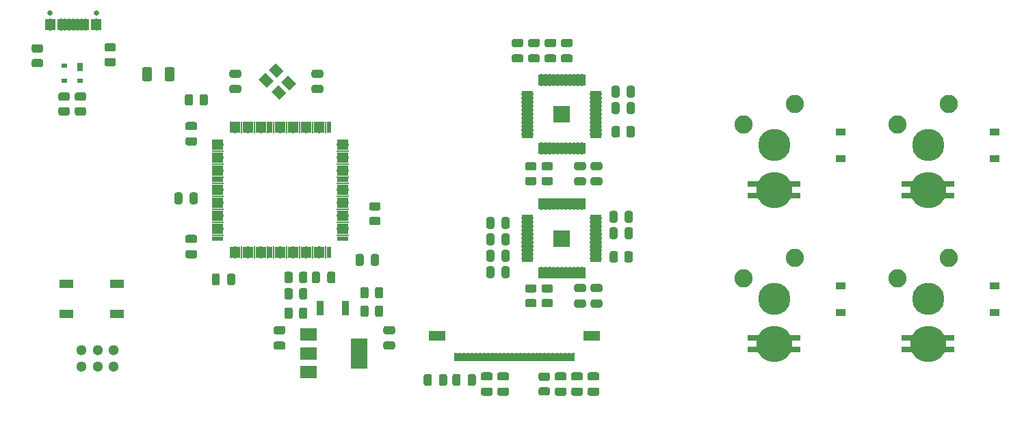
<source format=gbs>
G04 #@! TF.GenerationSoftware,KiCad,Pcbnew,(5.1.10)-1*
G04 #@! TF.CreationDate,2021-07-23T06:30:34-04:00*
G04 #@! TF.ProjectId,ProtoTooManyKeys,50726f74-6f54-46f6-9f4d-616e794b6579,1.5*
G04 #@! TF.SameCoordinates,Original*
G04 #@! TF.FileFunction,Soldermask,Bot*
G04 #@! TF.FilePolarity,Negative*
%FSLAX46Y46*%
G04 Gerber Fmt 4.6, Leading zero omitted, Abs format (unit mm)*
G04 Created by KiCad (PCBNEW (5.1.10)-1) date 2021-07-23 06:30:34*
%MOMM*%
%LPD*%
G01*
G04 APERTURE LIST*
%ADD10R,0.850000X0.300000*%
%ADD11R,0.600000X1.475000*%
%ADD12R,1.475000X0.600000*%
%ADD13R,2.000000X2.000000*%
%ADD14R,0.300000X1.475000*%
%ADD15R,1.475000X0.300000*%
%ADD16C,0.100000*%
%ADD17R,0.600000X1.450000*%
%ADD18R,0.300000X1.450000*%
%ADD19C,0.650000*%
%ADD20R,2.000000X1.500000*%
%ADD21R,2.000000X3.800000*%
%ADD22R,0.700000X1.000000*%
%ADD23R,0.700000X0.600000*%
%ADD24R,1.800000X1.100000*%
%ADD25C,2.250000*%
%ADD26C,3.987800*%
%ADD27C,1.300000*%
%ADD28R,2.000000X1.300000*%
%ADD29R,0.300000X1.000000*%
%ADD30C,4.500000*%
%ADD31R,1.400000X0.800000*%
%ADD32R,1.200000X0.900000*%
G04 APERTURE END LIST*
G36*
G01*
X375597000Y-403258000D02*
X375597000Y-404208000D01*
G75*
G02*
X375347000Y-404458000I-250000J0D01*
G01*
X374847000Y-404458000D01*
G75*
G02*
X374597000Y-404208000I0J250000D01*
G01*
X374597000Y-403258000D01*
G75*
G02*
X374847000Y-403008000I250000J0D01*
G01*
X375347000Y-403008000D01*
G75*
G02*
X375597000Y-403258000I0J-250000D01*
G01*
G37*
G36*
G01*
X377497000Y-403258000D02*
X377497000Y-404208000D01*
G75*
G02*
X377247000Y-404458000I-250000J0D01*
G01*
X376747000Y-404458000D01*
G75*
G02*
X376497000Y-404208000I0J250000D01*
G01*
X376497000Y-403258000D01*
G75*
G02*
X376747000Y-403008000I250000J0D01*
G01*
X377247000Y-403008000D01*
G75*
G02*
X377497000Y-403258000I0J-250000D01*
G01*
G37*
D10*
X375615000Y-406793000D03*
X375615000Y-407293000D03*
X375615000Y-407793000D03*
X375615000Y-408293000D03*
X378765000Y-408293000D03*
X378765000Y-407793000D03*
X378765000Y-407293000D03*
X378765000Y-406793000D03*
D11*
X364681250Y-400644250D03*
X365481250Y-400644250D03*
X366281250Y-400644250D03*
X367081250Y-400644250D03*
X367881250Y-400644250D03*
X368681250Y-400644250D03*
X369481250Y-400644250D03*
X370281250Y-400644250D03*
X371081250Y-400644250D03*
X371881250Y-400644250D03*
X372681250Y-400644250D03*
X373481250Y-400644250D03*
X374281250Y-400644250D03*
X375081250Y-400644250D03*
X375881250Y-400644250D03*
X376681250Y-400644250D03*
D12*
X378419250Y-398906250D03*
X378419250Y-398106250D03*
X378419250Y-397306250D03*
X378419250Y-396506250D03*
X378419250Y-395706250D03*
X378419250Y-394906250D03*
X378419250Y-394106250D03*
X378419250Y-393306250D03*
X378419250Y-392506250D03*
X378419250Y-391706250D03*
X378419250Y-390906250D03*
X378419250Y-390106250D03*
X378419250Y-389306250D03*
X378419250Y-388506250D03*
X378419250Y-387706250D03*
X378419250Y-386906250D03*
D11*
X376681250Y-385168250D03*
X375881250Y-385168250D03*
X375081250Y-385168250D03*
X374281250Y-385168250D03*
X373481250Y-385168250D03*
X372681250Y-385168250D03*
X371881250Y-385168250D03*
X371081250Y-385168250D03*
X370281250Y-385168250D03*
X369481250Y-385168250D03*
X368681250Y-385168250D03*
X367881250Y-385168250D03*
X367081250Y-385168250D03*
X366281250Y-385168250D03*
X365481250Y-385168250D03*
X364681250Y-385168250D03*
D12*
X362943250Y-386906250D03*
X362943250Y-387706250D03*
X362943250Y-388506250D03*
X362943250Y-389306250D03*
X362943250Y-390106250D03*
X362943250Y-390906250D03*
X362943250Y-391706250D03*
X362943250Y-392506250D03*
X362943250Y-393306250D03*
X362943250Y-394106250D03*
X362943250Y-394906250D03*
X362943250Y-395706250D03*
X362943250Y-396506250D03*
X362943250Y-397306250D03*
X362943250Y-398106250D03*
X362943250Y-398906250D03*
D13*
X405511000Y-398907000D03*
D14*
X402761000Y-403145000D03*
X403261000Y-403145000D03*
X403761000Y-403145000D03*
X404261000Y-403145000D03*
X404761000Y-403145000D03*
X405261000Y-403145000D03*
X405761000Y-403145000D03*
X406261000Y-403145000D03*
X406761000Y-403145000D03*
X407261000Y-403145000D03*
X407761000Y-403145000D03*
X408261000Y-403145000D03*
D15*
X409749000Y-401657000D03*
X409749000Y-401157000D03*
X409749000Y-400657000D03*
X409749000Y-400157000D03*
X409749000Y-399657000D03*
X409749000Y-399157000D03*
X409749000Y-398657000D03*
X409749000Y-398157000D03*
X409749000Y-397657000D03*
X409749000Y-397157000D03*
X409749000Y-396657000D03*
X409749000Y-396157000D03*
D14*
X408261000Y-394669000D03*
X407761000Y-394669000D03*
X407261000Y-394669000D03*
X406761000Y-394669000D03*
X406261000Y-394669000D03*
X405761000Y-394669000D03*
X405261000Y-394669000D03*
X404761000Y-394669000D03*
X404261000Y-394669000D03*
X403761000Y-394669000D03*
X403261000Y-394669000D03*
X402761000Y-394669000D03*
D15*
X401273000Y-396157000D03*
X401273000Y-396657000D03*
X401273000Y-397157000D03*
X401273000Y-397657000D03*
X401273000Y-398157000D03*
X401273000Y-398657000D03*
X401273000Y-399157000D03*
X401273000Y-399657000D03*
X401273000Y-400157000D03*
X401273000Y-400657000D03*
X401273000Y-401157000D03*
X401273000Y-401657000D03*
D13*
X405511000Y-383540000D03*
D14*
X402761000Y-387778000D03*
X403261000Y-387778000D03*
X403761000Y-387778000D03*
X404261000Y-387778000D03*
X404761000Y-387778000D03*
X405261000Y-387778000D03*
X405761000Y-387778000D03*
X406261000Y-387778000D03*
X406761000Y-387778000D03*
X407261000Y-387778000D03*
X407761000Y-387778000D03*
X408261000Y-387778000D03*
D15*
X409749000Y-386290000D03*
X409749000Y-385790000D03*
X409749000Y-385290000D03*
X409749000Y-384790000D03*
X409749000Y-384290000D03*
X409749000Y-383790000D03*
X409749000Y-383290000D03*
X409749000Y-382790000D03*
X409749000Y-382290000D03*
X409749000Y-381790000D03*
X409749000Y-381290000D03*
X409749000Y-380790000D03*
D14*
X408261000Y-379302000D03*
X407761000Y-379302000D03*
X407261000Y-379302000D03*
X406761000Y-379302000D03*
X406261000Y-379302000D03*
X405761000Y-379302000D03*
X405261000Y-379302000D03*
X404761000Y-379302000D03*
X404261000Y-379302000D03*
X403761000Y-379302000D03*
X403261000Y-379302000D03*
X402761000Y-379302000D03*
D15*
X401273000Y-380790000D03*
X401273000Y-381290000D03*
X401273000Y-381790000D03*
X401273000Y-382290000D03*
X401273000Y-382790000D03*
X401273000Y-383290000D03*
X401273000Y-383790000D03*
X401273000Y-384290000D03*
X401273000Y-384790000D03*
X401273000Y-385290000D03*
X401273000Y-385790000D03*
X401273000Y-386290000D03*
D16*
G36*
X372630097Y-379723488D02*
G01*
X371781569Y-380572016D01*
X370791619Y-379582066D01*
X371640147Y-378733538D01*
X372630097Y-379723488D01*
G37*
G36*
X371074462Y-378167853D02*
G01*
X370225934Y-379016381D01*
X369235984Y-378026431D01*
X370084512Y-377177903D01*
X371074462Y-378167853D01*
G37*
G36*
X369872381Y-379369934D02*
G01*
X369023853Y-380218462D01*
X368033903Y-379228512D01*
X368882431Y-378379984D01*
X369872381Y-379369934D01*
G37*
G36*
X371428016Y-380925569D02*
G01*
X370579488Y-381774097D01*
X369589538Y-380784147D01*
X370438066Y-379935619D01*
X371428016Y-380925569D01*
G37*
D17*
X348284000Y-372439000D03*
X341834000Y-372439000D03*
X347509000Y-372439000D03*
X342609000Y-372439000D03*
D18*
X343309000Y-372439000D03*
X346809000Y-372439000D03*
X343809000Y-372439000D03*
X346309000Y-372439000D03*
X344309000Y-372439000D03*
X345809000Y-372439000D03*
X345309000Y-372439000D03*
X344809000Y-372439000D03*
D19*
X347949000Y-370994000D03*
X342169000Y-370994000D03*
D20*
X374167000Y-415431000D03*
X374167000Y-410831000D03*
X374167000Y-413131000D03*
D21*
X380467000Y-413131000D03*
D22*
X345932000Y-377710000D03*
D23*
X343932000Y-377510000D03*
X345932000Y-379410000D03*
X343932000Y-379410000D03*
D24*
X350445000Y-408250000D03*
X344245000Y-404550000D03*
X350445000Y-404550000D03*
X344245000Y-408250000D03*
G36*
G01*
X413531000Y-386149002D02*
X413531000Y-385248998D01*
G75*
G02*
X413780998Y-384999000I249998J0D01*
G01*
X414306002Y-384999000D01*
G75*
G02*
X414556000Y-385248998I0J-249998D01*
G01*
X414556000Y-386149002D01*
G75*
G02*
X414306002Y-386399000I-249998J0D01*
G01*
X413780998Y-386399000D01*
G75*
G02*
X413531000Y-386149002I0J249998D01*
G01*
G37*
G36*
G01*
X411706000Y-386149002D02*
X411706000Y-385248998D01*
G75*
G02*
X411955998Y-384999000I249998J0D01*
G01*
X412481002Y-384999000D01*
G75*
G02*
X412731000Y-385248998I0J-249998D01*
G01*
X412731000Y-386149002D01*
G75*
G02*
X412481002Y-386399000I-249998J0D01*
G01*
X411955998Y-386399000D01*
G75*
G02*
X411706000Y-386149002I0J249998D01*
G01*
G37*
G36*
G01*
X401250998Y-391306000D02*
X402151002Y-391306000D01*
G75*
G02*
X402401000Y-391555998I0J-249998D01*
G01*
X402401000Y-392081002D01*
G75*
G02*
X402151002Y-392331000I-249998J0D01*
G01*
X401250998Y-392331000D01*
G75*
G02*
X401001000Y-392081002I0J249998D01*
G01*
X401001000Y-391555998D01*
G75*
G02*
X401250998Y-391306000I249998J0D01*
G01*
G37*
G36*
G01*
X401250998Y-389481000D02*
X402151002Y-389481000D01*
G75*
G02*
X402401000Y-389730998I0J-249998D01*
G01*
X402401000Y-390256002D01*
G75*
G02*
X402151002Y-390506000I-249998J0D01*
G01*
X401250998Y-390506000D01*
G75*
G02*
X401001000Y-390256002I0J249998D01*
G01*
X401001000Y-389730998D01*
G75*
G02*
X401250998Y-389481000I249998J0D01*
G01*
G37*
G36*
G01*
X403282998Y-391306000D02*
X404183002Y-391306000D01*
G75*
G02*
X404433000Y-391555998I0J-249998D01*
G01*
X404433000Y-392081002D01*
G75*
G02*
X404183002Y-392331000I-249998J0D01*
G01*
X403282998Y-392331000D01*
G75*
G02*
X403033000Y-392081002I0J249998D01*
G01*
X403033000Y-391555998D01*
G75*
G02*
X403282998Y-391306000I249998J0D01*
G01*
G37*
G36*
G01*
X403282998Y-389481000D02*
X404183002Y-389481000D01*
G75*
G02*
X404433000Y-389730998I0J-249998D01*
G01*
X404433000Y-390256002D01*
G75*
G02*
X404183002Y-390506000I-249998J0D01*
G01*
X403282998Y-390506000D01*
G75*
G02*
X403033000Y-390256002I0J249998D01*
G01*
X403033000Y-389730998D01*
G75*
G02*
X403282998Y-389481000I249998J0D01*
G01*
G37*
G36*
G01*
X413277000Y-401643002D02*
X413277000Y-400742998D01*
G75*
G02*
X413526998Y-400493000I249998J0D01*
G01*
X414052002Y-400493000D01*
G75*
G02*
X414302000Y-400742998I0J-249998D01*
G01*
X414302000Y-401643002D01*
G75*
G02*
X414052002Y-401893000I-249998J0D01*
G01*
X413526998Y-401893000D01*
G75*
G02*
X413277000Y-401643002I0J249998D01*
G01*
G37*
G36*
G01*
X411452000Y-401643002D02*
X411452000Y-400742998D01*
G75*
G02*
X411701998Y-400493000I249998J0D01*
G01*
X412227002Y-400493000D01*
G75*
G02*
X412477000Y-400742998I0J-249998D01*
G01*
X412477000Y-401643002D01*
G75*
G02*
X412227002Y-401893000I-249998J0D01*
G01*
X411701998Y-401893000D01*
G75*
G02*
X411452000Y-401643002I0J249998D01*
G01*
G37*
G36*
G01*
X401250998Y-406419000D02*
X402151002Y-406419000D01*
G75*
G02*
X402401000Y-406668998I0J-249998D01*
G01*
X402401000Y-407194002D01*
G75*
G02*
X402151002Y-407444000I-249998J0D01*
G01*
X401250998Y-407444000D01*
G75*
G02*
X401001000Y-407194002I0J249998D01*
G01*
X401001000Y-406668998D01*
G75*
G02*
X401250998Y-406419000I249998J0D01*
G01*
G37*
G36*
G01*
X401250998Y-404594000D02*
X402151002Y-404594000D01*
G75*
G02*
X402401000Y-404843998I0J-249998D01*
G01*
X402401000Y-405369002D01*
G75*
G02*
X402151002Y-405619000I-249998J0D01*
G01*
X401250998Y-405619000D01*
G75*
G02*
X401001000Y-405369002I0J249998D01*
G01*
X401001000Y-404843998D01*
G75*
G02*
X401250998Y-404594000I249998J0D01*
G01*
G37*
G36*
G01*
X403282998Y-406419000D02*
X404183002Y-406419000D01*
G75*
G02*
X404433000Y-406668998I0J-249998D01*
G01*
X404433000Y-407194002D01*
G75*
G02*
X404183002Y-407444000I-249998J0D01*
G01*
X403282998Y-407444000D01*
G75*
G02*
X403033000Y-407194002I0J249998D01*
G01*
X403033000Y-406668998D01*
G75*
G02*
X403282998Y-406419000I249998J0D01*
G01*
G37*
G36*
G01*
X403282998Y-404594000D02*
X404183002Y-404594000D01*
G75*
G02*
X404433000Y-404843998I0J-249998D01*
G01*
X404433000Y-405369002D01*
G75*
G02*
X404183002Y-405619000I-249998J0D01*
G01*
X403282998Y-405619000D01*
G75*
G02*
X403033000Y-405369002I0J249998D01*
G01*
X403033000Y-404843998D01*
G75*
G02*
X403282998Y-404594000I249998J0D01*
G01*
G37*
G36*
G01*
X373018000Y-408628002D02*
X373018000Y-407727998D01*
G75*
G02*
X373267998Y-407478000I249998J0D01*
G01*
X373793002Y-407478000D01*
G75*
G02*
X374043000Y-407727998I0J-249998D01*
G01*
X374043000Y-408628002D01*
G75*
G02*
X373793002Y-408878000I-249998J0D01*
G01*
X373267998Y-408878000D01*
G75*
G02*
X373018000Y-408628002I0J249998D01*
G01*
G37*
G36*
G01*
X371193000Y-408628002D02*
X371193000Y-407727998D01*
G75*
G02*
X371442998Y-407478000I249998J0D01*
G01*
X371968002Y-407478000D01*
G75*
G02*
X372218000Y-407727998I0J-249998D01*
G01*
X372218000Y-408628002D01*
G75*
G02*
X371968002Y-408878000I-249998J0D01*
G01*
X371442998Y-408878000D01*
G75*
G02*
X371193000Y-408628002I0J249998D01*
G01*
G37*
G36*
G01*
X373018000Y-406215002D02*
X373018000Y-405314998D01*
G75*
G02*
X373267998Y-405065000I249998J0D01*
G01*
X373793002Y-405065000D01*
G75*
G02*
X374043000Y-405314998I0J-249998D01*
G01*
X374043000Y-406215002D01*
G75*
G02*
X373793002Y-406465000I-249998J0D01*
G01*
X373267998Y-406465000D01*
G75*
G02*
X373018000Y-406215002I0J249998D01*
G01*
G37*
G36*
G01*
X371193000Y-406215002D02*
X371193000Y-405314998D01*
G75*
G02*
X371442998Y-405065000I249998J0D01*
G01*
X371968002Y-405065000D01*
G75*
G02*
X372218000Y-405314998I0J-249998D01*
G01*
X372218000Y-406215002D01*
G75*
G02*
X371968002Y-406465000I-249998J0D01*
G01*
X371442998Y-406465000D01*
G75*
G02*
X371193000Y-406215002I0J249998D01*
G01*
G37*
G36*
G01*
X373018000Y-404183002D02*
X373018000Y-403282998D01*
G75*
G02*
X373267998Y-403033000I249998J0D01*
G01*
X373793002Y-403033000D01*
G75*
G02*
X374043000Y-403282998I0J-249998D01*
G01*
X374043000Y-404183002D01*
G75*
G02*
X373793002Y-404433000I-249998J0D01*
G01*
X373267998Y-404433000D01*
G75*
G02*
X373018000Y-404183002I0J249998D01*
G01*
G37*
G36*
G01*
X371193000Y-404183002D02*
X371193000Y-403282998D01*
G75*
G02*
X371442998Y-403033000I249998J0D01*
G01*
X371968002Y-403033000D01*
G75*
G02*
X372218000Y-403282998I0J-249998D01*
G01*
X372218000Y-404183002D01*
G75*
G02*
X371968002Y-404433000I-249998J0D01*
G01*
X371442998Y-404433000D01*
G75*
G02*
X371193000Y-404183002I0J249998D01*
G01*
G37*
G36*
G01*
X402901998Y-415516000D02*
X403802002Y-415516000D01*
G75*
G02*
X404052000Y-415765998I0J-249998D01*
G01*
X404052000Y-416291002D01*
G75*
G02*
X403802002Y-416541000I-249998J0D01*
G01*
X402901998Y-416541000D01*
G75*
G02*
X402652000Y-416291002I0J249998D01*
G01*
X402652000Y-415765998D01*
G75*
G02*
X402901998Y-415516000I249998J0D01*
G01*
G37*
G36*
G01*
X402901998Y-417341000D02*
X403802002Y-417341000D01*
G75*
G02*
X404052000Y-417590998I0J-249998D01*
G01*
X404052000Y-418116002D01*
G75*
G02*
X403802002Y-418366000I-249998J0D01*
G01*
X402901998Y-418366000D01*
G75*
G02*
X402652000Y-418116002I0J249998D01*
G01*
X402652000Y-417590998D01*
G75*
G02*
X402901998Y-417341000I249998J0D01*
G01*
G37*
G36*
G01*
X381946998Y-396259000D02*
X382847002Y-396259000D01*
G75*
G02*
X383097000Y-396508998I0J-249998D01*
G01*
X383097000Y-397034002D01*
G75*
G02*
X382847002Y-397284000I-249998J0D01*
G01*
X381946998Y-397284000D01*
G75*
G02*
X381697000Y-397034002I0J249998D01*
G01*
X381697000Y-396508998D01*
G75*
G02*
X381946998Y-396259000I249998J0D01*
G01*
G37*
G36*
G01*
X381946998Y-394434000D02*
X382847002Y-394434000D01*
G75*
G02*
X383097000Y-394683998I0J-249998D01*
G01*
X383097000Y-395209002D01*
G75*
G02*
X382847002Y-395459000I-249998J0D01*
G01*
X381946998Y-395459000D01*
G75*
G02*
X381697000Y-395209002I0J249998D01*
G01*
X381697000Y-394683998D01*
G75*
G02*
X381946998Y-394434000I249998J0D01*
G01*
G37*
G36*
G01*
X350081002Y-375774000D02*
X349180998Y-375774000D01*
G75*
G02*
X348931000Y-375524002I0J249998D01*
G01*
X348931000Y-374998998D01*
G75*
G02*
X349180998Y-374749000I249998J0D01*
G01*
X350081002Y-374749000D01*
G75*
G02*
X350331000Y-374998998I0J-249998D01*
G01*
X350331000Y-375524002D01*
G75*
G02*
X350081002Y-375774000I-249998J0D01*
G01*
G37*
G36*
G01*
X350081002Y-377599000D02*
X349180998Y-377599000D01*
G75*
G02*
X348931000Y-377349002I0J249998D01*
G01*
X348931000Y-376823998D01*
G75*
G02*
X349180998Y-376574000I249998J0D01*
G01*
X350081002Y-376574000D01*
G75*
G02*
X350331000Y-376823998I0J-249998D01*
G01*
X350331000Y-377349002D01*
G75*
G02*
X350081002Y-377599000I-249998J0D01*
G01*
G37*
G36*
G01*
X381616000Y-407473998D02*
X381616000Y-408374002D01*
G75*
G02*
X381366002Y-408624000I-249998J0D01*
G01*
X380840998Y-408624000D01*
G75*
G02*
X380591000Y-408374002I0J249998D01*
G01*
X380591000Y-407473998D01*
G75*
G02*
X380840998Y-407224000I249998J0D01*
G01*
X381366002Y-407224000D01*
G75*
G02*
X381616000Y-407473998I0J-249998D01*
G01*
G37*
G36*
G01*
X383441000Y-407473998D02*
X383441000Y-408374002D01*
G75*
G02*
X383191002Y-408624000I-249998J0D01*
G01*
X382665998Y-408624000D01*
G75*
G02*
X382416000Y-408374002I0J249998D01*
G01*
X382416000Y-407473998D01*
G75*
G02*
X382665998Y-407224000I249998J0D01*
G01*
X383191002Y-407224000D01*
G75*
G02*
X383441000Y-407473998I0J-249998D01*
G01*
G37*
G36*
G01*
X382416000Y-406088002D02*
X382416000Y-405187998D01*
G75*
G02*
X382665998Y-404938000I249998J0D01*
G01*
X383191002Y-404938000D01*
G75*
G02*
X383441000Y-405187998I0J-249998D01*
G01*
X383441000Y-406088002D01*
G75*
G02*
X383191002Y-406338000I-249998J0D01*
G01*
X382665998Y-406338000D01*
G75*
G02*
X382416000Y-406088002I0J249998D01*
G01*
G37*
G36*
G01*
X380591000Y-406088002D02*
X380591000Y-405187998D01*
G75*
G02*
X380840998Y-404938000I249998J0D01*
G01*
X381366002Y-404938000D01*
G75*
G02*
X381616000Y-405187998I0J-249998D01*
G01*
X381616000Y-406088002D01*
G75*
G02*
X381366002Y-406338000I-249998J0D01*
G01*
X380840998Y-406338000D01*
G75*
G02*
X380591000Y-406088002I0J249998D01*
G01*
G37*
G36*
G01*
X341064002Y-375901000D02*
X340163998Y-375901000D01*
G75*
G02*
X339914000Y-375651002I0J249998D01*
G01*
X339914000Y-375125998D01*
G75*
G02*
X340163998Y-374876000I249998J0D01*
G01*
X341064002Y-374876000D01*
G75*
G02*
X341314000Y-375125998I0J-249998D01*
G01*
X341314000Y-375651002D01*
G75*
G02*
X341064002Y-375901000I-249998J0D01*
G01*
G37*
G36*
G01*
X341064002Y-377726000D02*
X340163998Y-377726000D01*
G75*
G02*
X339914000Y-377476002I0J249998D01*
G01*
X339914000Y-376950998D01*
G75*
G02*
X340163998Y-376701000I249998J0D01*
G01*
X341064002Y-376701000D01*
G75*
G02*
X341314000Y-376950998I0J-249998D01*
G01*
X341314000Y-377476002D01*
G75*
G02*
X341064002Y-377726000I-249998J0D01*
G01*
G37*
G36*
G01*
X346398002Y-381870000D02*
X345497998Y-381870000D01*
G75*
G02*
X345248000Y-381620002I0J249998D01*
G01*
X345248000Y-381094998D01*
G75*
G02*
X345497998Y-380845000I249998J0D01*
G01*
X346398002Y-380845000D01*
G75*
G02*
X346648000Y-381094998I0J-249998D01*
G01*
X346648000Y-381620002D01*
G75*
G02*
X346398002Y-381870000I-249998J0D01*
G01*
G37*
G36*
G01*
X346398002Y-383695000D02*
X345497998Y-383695000D01*
G75*
G02*
X345248000Y-383445002I0J249998D01*
G01*
X345248000Y-382919998D01*
G75*
G02*
X345497998Y-382670000I249998J0D01*
G01*
X346398002Y-382670000D01*
G75*
G02*
X346648000Y-382919998I0J-249998D01*
G01*
X346648000Y-383445002D01*
G75*
G02*
X346398002Y-383695000I-249998J0D01*
G01*
G37*
G36*
G01*
X344366002Y-381870000D02*
X343465998Y-381870000D01*
G75*
G02*
X343216000Y-381620002I0J249998D01*
G01*
X343216000Y-381094998D01*
G75*
G02*
X343465998Y-380845000I249998J0D01*
G01*
X344366002Y-380845000D01*
G75*
G02*
X344616000Y-381094998I0J-249998D01*
G01*
X344616000Y-381620002D01*
G75*
G02*
X344366002Y-381870000I-249998J0D01*
G01*
G37*
G36*
G01*
X344366002Y-383695000D02*
X343465998Y-383695000D01*
G75*
G02*
X343216000Y-383445002I0J249998D01*
G01*
X343216000Y-382919998D01*
G75*
G02*
X343465998Y-382670000I249998J0D01*
G01*
X344366002Y-382670000D01*
G75*
G02*
X344616000Y-382919998I0J-249998D01*
G01*
X344616000Y-383445002D01*
G75*
G02*
X344366002Y-383695000I-249998J0D01*
G01*
G37*
G36*
G01*
X360699000Y-382212002D02*
X360699000Y-381311998D01*
G75*
G02*
X360948998Y-381062000I249998J0D01*
G01*
X361474002Y-381062000D01*
G75*
G02*
X361724000Y-381311998I0J-249998D01*
G01*
X361724000Y-382212002D01*
G75*
G02*
X361474002Y-382462000I-249998J0D01*
G01*
X360948998Y-382462000D01*
G75*
G02*
X360699000Y-382212002I0J249998D01*
G01*
G37*
G36*
G01*
X358874000Y-382212002D02*
X358874000Y-381311998D01*
G75*
G02*
X359123998Y-381062000I249998J0D01*
G01*
X359649002Y-381062000D01*
G75*
G02*
X359899000Y-381311998I0J-249998D01*
G01*
X359899000Y-382212002D01*
G75*
G02*
X359649002Y-382462000I-249998J0D01*
G01*
X359123998Y-382462000D01*
G75*
G02*
X358874000Y-382212002I0J249998D01*
G01*
G37*
D25*
X447040000Y-403860000D03*
D26*
X450850000Y-406400000D03*
D25*
X453390000Y-401320000D03*
X447040000Y-384810000D03*
D26*
X450850000Y-387350000D03*
D25*
X453390000Y-382270000D03*
X427990000Y-403860000D03*
D26*
X431800000Y-406400000D03*
D25*
X434340000Y-401320000D03*
X427990000Y-384810000D03*
D26*
X431800000Y-387350000D03*
D25*
X434340000Y-382270000D03*
D27*
X350075000Y-414750000D03*
X350075000Y-412750000D03*
X348075000Y-414750000D03*
X348075000Y-412750000D03*
X346075000Y-414750000D03*
X346075000Y-412750000D03*
D28*
X409219000Y-410932000D03*
X390119000Y-410932000D03*
D29*
X406919000Y-413632000D03*
X406419000Y-413632000D03*
X405919000Y-413632000D03*
X405419000Y-413632000D03*
X404919000Y-413632000D03*
X404419000Y-413632000D03*
X403919000Y-413632000D03*
X403419000Y-413632000D03*
X402919000Y-413632000D03*
X402419000Y-413632000D03*
X401919000Y-413632000D03*
X401419000Y-413632000D03*
X400919000Y-413632000D03*
X400419000Y-413632000D03*
X399919000Y-413632000D03*
X399419000Y-413632000D03*
X398919000Y-413632000D03*
X398419000Y-413632000D03*
X397919000Y-413632000D03*
X397419000Y-413632000D03*
X396919000Y-413632000D03*
X396419000Y-413632000D03*
X395919000Y-413632000D03*
X395419000Y-413632000D03*
X394919000Y-413632000D03*
X394419000Y-413632000D03*
X393919000Y-413632000D03*
X393419000Y-413632000D03*
X392919000Y-413632000D03*
X392419000Y-413632000D03*
G36*
G01*
X354825000Y-377962000D02*
X354825000Y-379212000D01*
G75*
G02*
X354575000Y-379462000I-250000J0D01*
G01*
X353825000Y-379462000D01*
G75*
G02*
X353575000Y-379212000I0J250000D01*
G01*
X353575000Y-377962000D01*
G75*
G02*
X353825000Y-377712000I250000J0D01*
G01*
X354575000Y-377712000D01*
G75*
G02*
X354825000Y-377962000I0J-250000D01*
G01*
G37*
G36*
G01*
X357625000Y-377962000D02*
X357625000Y-379212000D01*
G75*
G02*
X357375000Y-379462000I-250000J0D01*
G01*
X356625000Y-379462000D01*
G75*
G02*
X356375000Y-379212000I0J250000D01*
G01*
X356375000Y-377962000D01*
G75*
G02*
X356625000Y-377712000I250000J0D01*
G01*
X357375000Y-377712000D01*
G75*
G02*
X357625000Y-377962000I0J-250000D01*
G01*
G37*
D30*
X450850000Y-411955837D03*
D31*
X453450000Y-411230837D03*
X448250000Y-411230837D03*
X448250000Y-412680837D03*
X453450000Y-412680837D03*
D30*
X431800000Y-411955837D03*
D31*
X434400000Y-411230837D03*
X429200000Y-411230837D03*
X429200000Y-412680837D03*
X434400000Y-412680837D03*
D32*
X459105000Y-404750000D03*
X459105000Y-408050000D03*
X459105000Y-385700000D03*
X459105000Y-389000000D03*
X440055000Y-404750000D03*
X440055000Y-408050000D03*
X440055000Y-389000000D03*
X440055000Y-385700000D03*
D30*
X450850000Y-392908000D03*
D31*
X453450000Y-392183000D03*
X448250000Y-392183000D03*
X448250000Y-393633000D03*
X453450000Y-393633000D03*
X434400000Y-393633000D03*
X429200000Y-393633000D03*
X429200000Y-392183000D03*
X434400000Y-392183000D03*
D30*
X431800000Y-392908000D03*
G36*
G01*
X398087000Y-399509000D02*
X398087000Y-398559000D01*
G75*
G02*
X398337000Y-398309000I250000J0D01*
G01*
X398837000Y-398309000D01*
G75*
G02*
X399087000Y-398559000I0J-250000D01*
G01*
X399087000Y-399509000D01*
G75*
G02*
X398837000Y-399759000I-250000J0D01*
G01*
X398337000Y-399759000D01*
G75*
G02*
X398087000Y-399509000I0J250000D01*
G01*
G37*
G36*
G01*
X396187000Y-399509000D02*
X396187000Y-398559000D01*
G75*
G02*
X396437000Y-398309000I250000J0D01*
G01*
X396937000Y-398309000D01*
G75*
G02*
X397187000Y-398559000I0J-250000D01*
G01*
X397187000Y-399509000D01*
G75*
G02*
X396937000Y-399759000I-250000J0D01*
G01*
X396437000Y-399759000D01*
G75*
G02*
X396187000Y-399509000I0J250000D01*
G01*
G37*
G36*
G01*
X401607000Y-376116000D02*
X402557000Y-376116000D01*
G75*
G02*
X402807000Y-376366000I0J-250000D01*
G01*
X402807000Y-376866000D01*
G75*
G02*
X402557000Y-377116000I-250000J0D01*
G01*
X401607000Y-377116000D01*
G75*
G02*
X401357000Y-376866000I0J250000D01*
G01*
X401357000Y-376366000D01*
G75*
G02*
X401607000Y-376116000I250000J0D01*
G01*
G37*
G36*
G01*
X401607000Y-374216000D02*
X402557000Y-374216000D01*
G75*
G02*
X402807000Y-374466000I0J-250000D01*
G01*
X402807000Y-374966000D01*
G75*
G02*
X402557000Y-375216000I-250000J0D01*
G01*
X401607000Y-375216000D01*
G75*
G02*
X401357000Y-374966000I0J250000D01*
G01*
X401357000Y-374466000D01*
G75*
G02*
X401607000Y-374216000I250000J0D01*
G01*
G37*
G36*
G01*
X413581000Y-381221000D02*
X413581000Y-380271000D01*
G75*
G02*
X413831000Y-380021000I250000J0D01*
G01*
X414331000Y-380021000D01*
G75*
G02*
X414581000Y-380271000I0J-250000D01*
G01*
X414581000Y-381221000D01*
G75*
G02*
X414331000Y-381471000I-250000J0D01*
G01*
X413831000Y-381471000D01*
G75*
G02*
X413581000Y-381221000I0J250000D01*
G01*
G37*
G36*
G01*
X411681000Y-381221000D02*
X411681000Y-380271000D01*
G75*
G02*
X411931000Y-380021000I250000J0D01*
G01*
X412431000Y-380021000D01*
G75*
G02*
X412681000Y-380271000I0J-250000D01*
G01*
X412681000Y-381221000D01*
G75*
G02*
X412431000Y-381471000I-250000J0D01*
G01*
X411931000Y-381471000D01*
G75*
G02*
X411681000Y-381221000I0J250000D01*
G01*
G37*
G36*
G01*
X413581000Y-383253000D02*
X413581000Y-382303000D01*
G75*
G02*
X413831000Y-382053000I250000J0D01*
G01*
X414331000Y-382053000D01*
G75*
G02*
X414581000Y-382303000I0J-250000D01*
G01*
X414581000Y-383253000D01*
G75*
G02*
X414331000Y-383503000I-250000J0D01*
G01*
X413831000Y-383503000D01*
G75*
G02*
X413581000Y-383253000I0J250000D01*
G01*
G37*
G36*
G01*
X411681000Y-383253000D02*
X411681000Y-382303000D01*
G75*
G02*
X411931000Y-382053000I250000J0D01*
G01*
X412431000Y-382053000D01*
G75*
G02*
X412681000Y-382303000I0J-250000D01*
G01*
X412681000Y-383253000D01*
G75*
G02*
X412431000Y-383503000I-250000J0D01*
G01*
X411931000Y-383503000D01*
G75*
G02*
X411681000Y-383253000I0J250000D01*
G01*
G37*
G36*
G01*
X400525000Y-375216000D02*
X399575000Y-375216000D01*
G75*
G02*
X399325000Y-374966000I0J250000D01*
G01*
X399325000Y-374466000D01*
G75*
G02*
X399575000Y-374216000I250000J0D01*
G01*
X400525000Y-374216000D01*
G75*
G02*
X400775000Y-374466000I0J-250000D01*
G01*
X400775000Y-374966000D01*
G75*
G02*
X400525000Y-375216000I-250000J0D01*
G01*
G37*
G36*
G01*
X400525000Y-377116000D02*
X399575000Y-377116000D01*
G75*
G02*
X399325000Y-376866000I0J250000D01*
G01*
X399325000Y-376366000D01*
G75*
G02*
X399575000Y-376116000I250000J0D01*
G01*
X400525000Y-376116000D01*
G75*
G02*
X400775000Y-376366000I0J-250000D01*
G01*
X400775000Y-376866000D01*
G75*
G02*
X400525000Y-377116000I-250000J0D01*
G01*
G37*
G36*
G01*
X406621000Y-375216000D02*
X405671000Y-375216000D01*
G75*
G02*
X405421000Y-374966000I0J250000D01*
G01*
X405421000Y-374466000D01*
G75*
G02*
X405671000Y-374216000I250000J0D01*
G01*
X406621000Y-374216000D01*
G75*
G02*
X406871000Y-374466000I0J-250000D01*
G01*
X406871000Y-374966000D01*
G75*
G02*
X406621000Y-375216000I-250000J0D01*
G01*
G37*
G36*
G01*
X406621000Y-377116000D02*
X405671000Y-377116000D01*
G75*
G02*
X405421000Y-376866000I0J250000D01*
G01*
X405421000Y-376366000D01*
G75*
G02*
X405671000Y-376116000I250000J0D01*
G01*
X406621000Y-376116000D01*
G75*
G02*
X406871000Y-376366000I0J-250000D01*
G01*
X406871000Y-376866000D01*
G75*
G02*
X406621000Y-377116000I-250000J0D01*
G01*
G37*
G36*
G01*
X404589000Y-375216000D02*
X403639000Y-375216000D01*
G75*
G02*
X403389000Y-374966000I0J250000D01*
G01*
X403389000Y-374466000D01*
G75*
G02*
X403639000Y-374216000I250000J0D01*
G01*
X404589000Y-374216000D01*
G75*
G02*
X404839000Y-374466000I0J-250000D01*
G01*
X404839000Y-374966000D01*
G75*
G02*
X404589000Y-375216000I-250000J0D01*
G01*
G37*
G36*
G01*
X404589000Y-377116000D02*
X403639000Y-377116000D01*
G75*
G02*
X403389000Y-376866000I0J250000D01*
G01*
X403389000Y-376366000D01*
G75*
G02*
X403639000Y-376116000I250000J0D01*
G01*
X404589000Y-376116000D01*
G75*
G02*
X404839000Y-376366000I0J-250000D01*
G01*
X404839000Y-376866000D01*
G75*
G02*
X404589000Y-377116000I-250000J0D01*
G01*
G37*
G36*
G01*
X384650000Y-410776000D02*
X383700000Y-410776000D01*
G75*
G02*
X383450000Y-410526000I0J250000D01*
G01*
X383450000Y-410026000D01*
G75*
G02*
X383700000Y-409776000I250000J0D01*
G01*
X384650000Y-409776000D01*
G75*
G02*
X384900000Y-410026000I0J-250000D01*
G01*
X384900000Y-410526000D01*
G75*
G02*
X384650000Y-410776000I-250000J0D01*
G01*
G37*
G36*
G01*
X384650000Y-412676000D02*
X383700000Y-412676000D01*
G75*
G02*
X383450000Y-412426000I0J250000D01*
G01*
X383450000Y-411926000D01*
G75*
G02*
X383700000Y-411676000I250000J0D01*
G01*
X384650000Y-411676000D01*
G75*
G02*
X384900000Y-411926000I0J-250000D01*
G01*
X384900000Y-412426000D01*
G75*
G02*
X384650000Y-412676000I-250000J0D01*
G01*
G37*
G36*
G01*
X370111000Y-411676000D02*
X371061000Y-411676000D01*
G75*
G02*
X371311000Y-411926000I0J-250000D01*
G01*
X371311000Y-412426000D01*
G75*
G02*
X371061000Y-412676000I-250000J0D01*
G01*
X370111000Y-412676000D01*
G75*
G02*
X369861000Y-412426000I0J250000D01*
G01*
X369861000Y-411926000D01*
G75*
G02*
X370111000Y-411676000I250000J0D01*
G01*
G37*
G36*
G01*
X370111000Y-409776000D02*
X371061000Y-409776000D01*
G75*
G02*
X371311000Y-410026000I0J-250000D01*
G01*
X371311000Y-410526000D01*
G75*
G02*
X371061000Y-410776000I-250000J0D01*
G01*
X370111000Y-410776000D01*
G75*
G02*
X369861000Y-410526000I0J250000D01*
G01*
X369861000Y-410026000D01*
G75*
G02*
X370111000Y-409776000I250000J0D01*
G01*
G37*
G36*
G01*
X409354000Y-391356000D02*
X410304000Y-391356000D01*
G75*
G02*
X410554000Y-391606000I0J-250000D01*
G01*
X410554000Y-392106000D01*
G75*
G02*
X410304000Y-392356000I-250000J0D01*
G01*
X409354000Y-392356000D01*
G75*
G02*
X409104000Y-392106000I0J250000D01*
G01*
X409104000Y-391606000D01*
G75*
G02*
X409354000Y-391356000I250000J0D01*
G01*
G37*
G36*
G01*
X409354000Y-389456000D02*
X410304000Y-389456000D01*
G75*
G02*
X410554000Y-389706000I0J-250000D01*
G01*
X410554000Y-390206000D01*
G75*
G02*
X410304000Y-390456000I-250000J0D01*
G01*
X409354000Y-390456000D01*
G75*
G02*
X409104000Y-390206000I0J250000D01*
G01*
X409104000Y-389706000D01*
G75*
G02*
X409354000Y-389456000I250000J0D01*
G01*
G37*
G36*
G01*
X407322000Y-391356000D02*
X408272000Y-391356000D01*
G75*
G02*
X408522000Y-391606000I0J-250000D01*
G01*
X408522000Y-392106000D01*
G75*
G02*
X408272000Y-392356000I-250000J0D01*
G01*
X407322000Y-392356000D01*
G75*
G02*
X407072000Y-392106000I0J250000D01*
G01*
X407072000Y-391606000D01*
G75*
G02*
X407322000Y-391356000I250000J0D01*
G01*
G37*
G36*
G01*
X407322000Y-389456000D02*
X408272000Y-389456000D01*
G75*
G02*
X408522000Y-389706000I0J-250000D01*
G01*
X408522000Y-390206000D01*
G75*
G02*
X408272000Y-390456000I-250000J0D01*
G01*
X407322000Y-390456000D01*
G75*
G02*
X407072000Y-390206000I0J250000D01*
G01*
X407072000Y-389706000D01*
G75*
G02*
X407322000Y-389456000I250000J0D01*
G01*
G37*
G36*
G01*
X408272000Y-405569000D02*
X407322000Y-405569000D01*
G75*
G02*
X407072000Y-405319000I0J250000D01*
G01*
X407072000Y-404819000D01*
G75*
G02*
X407322000Y-404569000I250000J0D01*
G01*
X408272000Y-404569000D01*
G75*
G02*
X408522000Y-404819000I0J-250000D01*
G01*
X408522000Y-405319000D01*
G75*
G02*
X408272000Y-405569000I-250000J0D01*
G01*
G37*
G36*
G01*
X408272000Y-407469000D02*
X407322000Y-407469000D01*
G75*
G02*
X407072000Y-407219000I0J250000D01*
G01*
X407072000Y-406719000D01*
G75*
G02*
X407322000Y-406469000I250000J0D01*
G01*
X408272000Y-406469000D01*
G75*
G02*
X408522000Y-406719000I0J-250000D01*
G01*
X408522000Y-407219000D01*
G75*
G02*
X408272000Y-407469000I-250000J0D01*
G01*
G37*
G36*
G01*
X410304000Y-405569000D02*
X409354000Y-405569000D01*
G75*
G02*
X409104000Y-405319000I0J250000D01*
G01*
X409104000Y-404819000D01*
G75*
G02*
X409354000Y-404569000I250000J0D01*
G01*
X410304000Y-404569000D01*
G75*
G02*
X410554000Y-404819000I0J-250000D01*
G01*
X410554000Y-405319000D01*
G75*
G02*
X410304000Y-405569000I-250000J0D01*
G01*
G37*
G36*
G01*
X410304000Y-407469000D02*
X409354000Y-407469000D01*
G75*
G02*
X409104000Y-407219000I0J250000D01*
G01*
X409104000Y-406719000D01*
G75*
G02*
X409354000Y-406469000I250000J0D01*
G01*
X410304000Y-406469000D01*
G75*
G02*
X410554000Y-406719000I0J-250000D01*
G01*
X410554000Y-407219000D01*
G75*
G02*
X410304000Y-407469000I-250000J0D01*
G01*
G37*
G36*
G01*
X397187000Y-396527000D02*
X397187000Y-397477000D01*
G75*
G02*
X396937000Y-397727000I-250000J0D01*
G01*
X396437000Y-397727000D01*
G75*
G02*
X396187000Y-397477000I0J250000D01*
G01*
X396187000Y-396527000D01*
G75*
G02*
X396437000Y-396277000I250000J0D01*
G01*
X396937000Y-396277000D01*
G75*
G02*
X397187000Y-396527000I0J-250000D01*
G01*
G37*
G36*
G01*
X399087000Y-396527000D02*
X399087000Y-397477000D01*
G75*
G02*
X398837000Y-397727000I-250000J0D01*
G01*
X398337000Y-397727000D01*
G75*
G02*
X398087000Y-397477000I0J250000D01*
G01*
X398087000Y-396527000D01*
G75*
G02*
X398337000Y-396277000I250000J0D01*
G01*
X398837000Y-396277000D01*
G75*
G02*
X399087000Y-396527000I0J-250000D01*
G01*
G37*
G36*
G01*
X365600000Y-379026000D02*
X364650000Y-379026000D01*
G75*
G02*
X364400000Y-378776000I0J250000D01*
G01*
X364400000Y-378276000D01*
G75*
G02*
X364650000Y-378026000I250000J0D01*
G01*
X365600000Y-378026000D01*
G75*
G02*
X365850000Y-378276000I0J-250000D01*
G01*
X365850000Y-378776000D01*
G75*
G02*
X365600000Y-379026000I-250000J0D01*
G01*
G37*
G36*
G01*
X365600000Y-380926000D02*
X364650000Y-380926000D01*
G75*
G02*
X364400000Y-380676000I0J250000D01*
G01*
X364400000Y-380176000D01*
G75*
G02*
X364650000Y-379926000I250000J0D01*
G01*
X365600000Y-379926000D01*
G75*
G02*
X365850000Y-380176000I0J-250000D01*
G01*
X365850000Y-380676000D01*
G75*
G02*
X365600000Y-380926000I-250000J0D01*
G01*
G37*
G36*
G01*
X412427000Y-397797000D02*
X412427000Y-398747000D01*
G75*
G02*
X412177000Y-398997000I-250000J0D01*
G01*
X411677000Y-398997000D01*
G75*
G02*
X411427000Y-398747000I0J250000D01*
G01*
X411427000Y-397797000D01*
G75*
G02*
X411677000Y-397547000I250000J0D01*
G01*
X412177000Y-397547000D01*
G75*
G02*
X412427000Y-397797000I0J-250000D01*
G01*
G37*
G36*
G01*
X414327000Y-397797000D02*
X414327000Y-398747000D01*
G75*
G02*
X414077000Y-398997000I-250000J0D01*
G01*
X413577000Y-398997000D01*
G75*
G02*
X413327000Y-398747000I0J250000D01*
G01*
X413327000Y-397797000D01*
G75*
G02*
X413577000Y-397547000I250000J0D01*
G01*
X414077000Y-397547000D01*
G75*
G02*
X414327000Y-397797000I0J-250000D01*
G01*
G37*
G36*
G01*
X412427000Y-395765000D02*
X412427000Y-396715000D01*
G75*
G02*
X412177000Y-396965000I-250000J0D01*
G01*
X411677000Y-396965000D01*
G75*
G02*
X411427000Y-396715000I0J250000D01*
G01*
X411427000Y-395765000D01*
G75*
G02*
X411677000Y-395515000I250000J0D01*
G01*
X412177000Y-395515000D01*
G75*
G02*
X412427000Y-395765000I0J-250000D01*
G01*
G37*
G36*
G01*
X414327000Y-395765000D02*
X414327000Y-396715000D01*
G75*
G02*
X414077000Y-396965000I-250000J0D01*
G01*
X413577000Y-396965000D01*
G75*
G02*
X413327000Y-396715000I0J250000D01*
G01*
X413327000Y-395765000D01*
G75*
G02*
X413577000Y-395515000I250000J0D01*
G01*
X414077000Y-395515000D01*
G75*
G02*
X414327000Y-395765000I0J-250000D01*
G01*
G37*
G36*
G01*
X374810000Y-379926000D02*
X375760000Y-379926000D01*
G75*
G02*
X376010000Y-380176000I0J-250000D01*
G01*
X376010000Y-380676000D01*
G75*
G02*
X375760000Y-380926000I-250000J0D01*
G01*
X374810000Y-380926000D01*
G75*
G02*
X374560000Y-380676000I0J250000D01*
G01*
X374560000Y-380176000D01*
G75*
G02*
X374810000Y-379926000I250000J0D01*
G01*
G37*
G36*
G01*
X374810000Y-378026000D02*
X375760000Y-378026000D01*
G75*
G02*
X376010000Y-378276000I0J-250000D01*
G01*
X376010000Y-378776000D01*
G75*
G02*
X375760000Y-379026000I-250000J0D01*
G01*
X374810000Y-379026000D01*
G75*
G02*
X374560000Y-378776000I0J250000D01*
G01*
X374560000Y-378276000D01*
G75*
G02*
X374810000Y-378026000I250000J0D01*
G01*
G37*
G36*
G01*
X398087000Y-403573000D02*
X398087000Y-402623000D01*
G75*
G02*
X398337000Y-402373000I250000J0D01*
G01*
X398837000Y-402373000D01*
G75*
G02*
X399087000Y-402623000I0J-250000D01*
G01*
X399087000Y-403573000D01*
G75*
G02*
X398837000Y-403823000I-250000J0D01*
G01*
X398337000Y-403823000D01*
G75*
G02*
X398087000Y-403573000I0J250000D01*
G01*
G37*
G36*
G01*
X396187000Y-403573000D02*
X396187000Y-402623000D01*
G75*
G02*
X396437000Y-402373000I250000J0D01*
G01*
X396937000Y-402373000D01*
G75*
G02*
X397187000Y-402623000I0J-250000D01*
G01*
X397187000Y-403573000D01*
G75*
G02*
X396937000Y-403823000I-250000J0D01*
G01*
X396437000Y-403823000D01*
G75*
G02*
X396187000Y-403573000I0J250000D01*
G01*
G37*
G36*
G01*
X398087000Y-401541000D02*
X398087000Y-400591000D01*
G75*
G02*
X398337000Y-400341000I250000J0D01*
G01*
X398837000Y-400341000D01*
G75*
G02*
X399087000Y-400591000I0J-250000D01*
G01*
X399087000Y-401541000D01*
G75*
G02*
X398837000Y-401791000I-250000J0D01*
G01*
X398337000Y-401791000D01*
G75*
G02*
X398087000Y-401541000I0J250000D01*
G01*
G37*
G36*
G01*
X396187000Y-401541000D02*
X396187000Y-400591000D01*
G75*
G02*
X396437000Y-400341000I250000J0D01*
G01*
X396937000Y-400341000D01*
G75*
G02*
X397187000Y-400591000I0J-250000D01*
G01*
X397187000Y-401541000D01*
G75*
G02*
X396937000Y-401791000I-250000J0D01*
G01*
X396437000Y-401791000D01*
G75*
G02*
X396187000Y-401541000I0J250000D01*
G01*
G37*
G36*
G01*
X409923000Y-418391000D02*
X408973000Y-418391000D01*
G75*
G02*
X408723000Y-418141000I0J250000D01*
G01*
X408723000Y-417641000D01*
G75*
G02*
X408973000Y-417391000I250000J0D01*
G01*
X409923000Y-417391000D01*
G75*
G02*
X410173000Y-417641000I0J-250000D01*
G01*
X410173000Y-418141000D01*
G75*
G02*
X409923000Y-418391000I-250000J0D01*
G01*
G37*
G36*
G01*
X409923000Y-416491000D02*
X408973000Y-416491000D01*
G75*
G02*
X408723000Y-416241000I0J250000D01*
G01*
X408723000Y-415741000D01*
G75*
G02*
X408973000Y-415491000I250000J0D01*
G01*
X409923000Y-415491000D01*
G75*
G02*
X410173000Y-415741000I0J-250000D01*
G01*
X410173000Y-416241000D01*
G75*
G02*
X409923000Y-416491000I-250000J0D01*
G01*
G37*
G36*
G01*
X380997000Y-401099000D02*
X380997000Y-402049000D01*
G75*
G02*
X380747000Y-402299000I-250000J0D01*
G01*
X380247000Y-402299000D01*
G75*
G02*
X379997000Y-402049000I0J250000D01*
G01*
X379997000Y-401099000D01*
G75*
G02*
X380247000Y-400849000I250000J0D01*
G01*
X380747000Y-400849000D01*
G75*
G02*
X380997000Y-401099000I0J-250000D01*
G01*
G37*
G36*
G01*
X382897000Y-401099000D02*
X382897000Y-402049000D01*
G75*
G02*
X382647000Y-402299000I-250000J0D01*
G01*
X382147000Y-402299000D01*
G75*
G02*
X381897000Y-402049000I0J250000D01*
G01*
X381897000Y-401099000D01*
G75*
G02*
X382147000Y-400849000I250000J0D01*
G01*
X382647000Y-400849000D01*
G75*
G02*
X382897000Y-401099000I0J-250000D01*
G01*
G37*
G36*
G01*
X363212000Y-403512000D02*
X363212000Y-404462000D01*
G75*
G02*
X362962000Y-404712000I-250000J0D01*
G01*
X362462000Y-404712000D01*
G75*
G02*
X362212000Y-404462000I0J250000D01*
G01*
X362212000Y-403512000D01*
G75*
G02*
X362462000Y-403262000I250000J0D01*
G01*
X362962000Y-403262000D01*
G75*
G02*
X363212000Y-403512000I0J-250000D01*
G01*
G37*
G36*
G01*
X365112000Y-403512000D02*
X365112000Y-404462000D01*
G75*
G02*
X364862000Y-404712000I-250000J0D01*
G01*
X364362000Y-404712000D01*
G75*
G02*
X364112000Y-404462000I0J250000D01*
G01*
X364112000Y-403512000D01*
G75*
G02*
X364362000Y-403262000I250000J0D01*
G01*
X364862000Y-403262000D01*
G75*
G02*
X365112000Y-403512000I0J-250000D01*
G01*
G37*
G36*
G01*
X360139000Y-385503000D02*
X359189000Y-385503000D01*
G75*
G02*
X358939000Y-385253000I0J250000D01*
G01*
X358939000Y-384753000D01*
G75*
G02*
X359189000Y-384503000I250000J0D01*
G01*
X360139000Y-384503000D01*
G75*
G02*
X360389000Y-384753000I0J-250000D01*
G01*
X360389000Y-385253000D01*
G75*
G02*
X360139000Y-385503000I-250000J0D01*
G01*
G37*
G36*
G01*
X360139000Y-387403000D02*
X359189000Y-387403000D01*
G75*
G02*
X358939000Y-387153000I0J250000D01*
G01*
X358939000Y-386653000D01*
G75*
G02*
X359189000Y-386403000I250000J0D01*
G01*
X360139000Y-386403000D01*
G75*
G02*
X360389000Y-386653000I0J-250000D01*
G01*
X360389000Y-387153000D01*
G75*
G02*
X360139000Y-387403000I-250000J0D01*
G01*
G37*
G36*
G01*
X360139000Y-399473000D02*
X359189000Y-399473000D01*
G75*
G02*
X358939000Y-399223000I0J250000D01*
G01*
X358939000Y-398723000D01*
G75*
G02*
X359189000Y-398473000I250000J0D01*
G01*
X360139000Y-398473000D01*
G75*
G02*
X360389000Y-398723000I0J-250000D01*
G01*
X360389000Y-399223000D01*
G75*
G02*
X360139000Y-399473000I-250000J0D01*
G01*
G37*
G36*
G01*
X360139000Y-401373000D02*
X359189000Y-401373000D01*
G75*
G02*
X358939000Y-401123000I0J250000D01*
G01*
X358939000Y-400623000D01*
G75*
G02*
X359189000Y-400373000I250000J0D01*
G01*
X360139000Y-400373000D01*
G75*
G02*
X360389000Y-400623000I0J-250000D01*
G01*
X360389000Y-401123000D01*
G75*
G02*
X360139000Y-401373000I-250000J0D01*
G01*
G37*
G36*
G01*
X407891000Y-416491000D02*
X406941000Y-416491000D01*
G75*
G02*
X406691000Y-416241000I0J250000D01*
G01*
X406691000Y-415741000D01*
G75*
G02*
X406941000Y-415491000I250000J0D01*
G01*
X407891000Y-415491000D01*
G75*
G02*
X408141000Y-415741000I0J-250000D01*
G01*
X408141000Y-416241000D01*
G75*
G02*
X407891000Y-416491000I-250000J0D01*
G01*
G37*
G36*
G01*
X407891000Y-418391000D02*
X406941000Y-418391000D01*
G75*
G02*
X406691000Y-418141000I0J250000D01*
G01*
X406691000Y-417641000D01*
G75*
G02*
X406941000Y-417391000I250000J0D01*
G01*
X407891000Y-417391000D01*
G75*
G02*
X408141000Y-417641000I0J-250000D01*
G01*
X408141000Y-418141000D01*
G75*
G02*
X407891000Y-418391000I-250000J0D01*
G01*
G37*
G36*
G01*
X405859000Y-416491000D02*
X404909000Y-416491000D01*
G75*
G02*
X404659000Y-416241000I0J250000D01*
G01*
X404659000Y-415741000D01*
G75*
G02*
X404909000Y-415491000I250000J0D01*
G01*
X405859000Y-415491000D01*
G75*
G02*
X406109000Y-415741000I0J-250000D01*
G01*
X406109000Y-416241000D01*
G75*
G02*
X405859000Y-416491000I-250000J0D01*
G01*
G37*
G36*
G01*
X405859000Y-418391000D02*
X404909000Y-418391000D01*
G75*
G02*
X404659000Y-418141000I0J250000D01*
G01*
X404659000Y-417641000D01*
G75*
G02*
X404909000Y-417391000I250000J0D01*
G01*
X405859000Y-417391000D01*
G75*
G02*
X406109000Y-417641000I0J-250000D01*
G01*
X406109000Y-418141000D01*
G75*
G02*
X405859000Y-418391000I-250000J0D01*
G01*
G37*
G36*
G01*
X358579000Y-393479000D02*
X358579000Y-394429000D01*
G75*
G02*
X358329000Y-394679000I-250000J0D01*
G01*
X357829000Y-394679000D01*
G75*
G02*
X357579000Y-394429000I0J250000D01*
G01*
X357579000Y-393479000D01*
G75*
G02*
X357829000Y-393229000I250000J0D01*
G01*
X358329000Y-393229000D01*
G75*
G02*
X358579000Y-393479000I0J-250000D01*
G01*
G37*
G36*
G01*
X360479000Y-393479000D02*
X360479000Y-394429000D01*
G75*
G02*
X360229000Y-394679000I-250000J0D01*
G01*
X359729000Y-394679000D01*
G75*
G02*
X359479000Y-394429000I0J250000D01*
G01*
X359479000Y-393479000D01*
G75*
G02*
X359729000Y-393229000I250000J0D01*
G01*
X360229000Y-393229000D01*
G75*
G02*
X360479000Y-393479000I0J-250000D01*
G01*
G37*
G36*
G01*
X396715000Y-416491000D02*
X395765000Y-416491000D01*
G75*
G02*
X395515000Y-416241000I0J250000D01*
G01*
X395515000Y-415741000D01*
G75*
G02*
X395765000Y-415491000I250000J0D01*
G01*
X396715000Y-415491000D01*
G75*
G02*
X396965000Y-415741000I0J-250000D01*
G01*
X396965000Y-416241000D01*
G75*
G02*
X396715000Y-416491000I-250000J0D01*
G01*
G37*
G36*
G01*
X396715000Y-418391000D02*
X395765000Y-418391000D01*
G75*
G02*
X395515000Y-418141000I0J250000D01*
G01*
X395515000Y-417641000D01*
G75*
G02*
X395765000Y-417391000I250000J0D01*
G01*
X396715000Y-417391000D01*
G75*
G02*
X396965000Y-417641000I0J-250000D01*
G01*
X396965000Y-418141000D01*
G75*
G02*
X396715000Y-418391000I-250000J0D01*
G01*
G37*
G36*
G01*
X398747000Y-416491000D02*
X397797000Y-416491000D01*
G75*
G02*
X397547000Y-416241000I0J250000D01*
G01*
X397547000Y-415741000D01*
G75*
G02*
X397797000Y-415491000I250000J0D01*
G01*
X398747000Y-415491000D01*
G75*
G02*
X398997000Y-415741000I0J-250000D01*
G01*
X398997000Y-416241000D01*
G75*
G02*
X398747000Y-416491000I-250000J0D01*
G01*
G37*
G36*
G01*
X398747000Y-418391000D02*
X397797000Y-418391000D01*
G75*
G02*
X397547000Y-418141000I0J250000D01*
G01*
X397547000Y-417641000D01*
G75*
G02*
X397797000Y-417391000I250000J0D01*
G01*
X398747000Y-417391000D01*
G75*
G02*
X398997000Y-417641000I0J-250000D01*
G01*
X398997000Y-418141000D01*
G75*
G02*
X398747000Y-418391000I-250000J0D01*
G01*
G37*
G36*
G01*
X392996000Y-415958000D02*
X392996000Y-416908000D01*
G75*
G02*
X392746000Y-417158000I-250000J0D01*
G01*
X392246000Y-417158000D01*
G75*
G02*
X391996000Y-416908000I0J250000D01*
G01*
X391996000Y-415958000D01*
G75*
G02*
X392246000Y-415708000I250000J0D01*
G01*
X392746000Y-415708000D01*
G75*
G02*
X392996000Y-415958000I0J-250000D01*
G01*
G37*
G36*
G01*
X394896000Y-415958000D02*
X394896000Y-416908000D01*
G75*
G02*
X394646000Y-417158000I-250000J0D01*
G01*
X394146000Y-417158000D01*
G75*
G02*
X393896000Y-416908000I0J250000D01*
G01*
X393896000Y-415958000D01*
G75*
G02*
X394146000Y-415708000I250000J0D01*
G01*
X394646000Y-415708000D01*
G75*
G02*
X394896000Y-415958000I0J-250000D01*
G01*
G37*
G36*
G01*
X389440000Y-415958000D02*
X389440000Y-416908000D01*
G75*
G02*
X389190000Y-417158000I-250000J0D01*
G01*
X388690000Y-417158000D01*
G75*
G02*
X388440000Y-416908000I0J250000D01*
G01*
X388440000Y-415958000D01*
G75*
G02*
X388690000Y-415708000I250000J0D01*
G01*
X389190000Y-415708000D01*
G75*
G02*
X389440000Y-415958000I0J-250000D01*
G01*
G37*
G36*
G01*
X391340000Y-415958000D02*
X391340000Y-416908000D01*
G75*
G02*
X391090000Y-417158000I-250000J0D01*
G01*
X390590000Y-417158000D01*
G75*
G02*
X390340000Y-416908000I0J250000D01*
G01*
X390340000Y-415958000D01*
G75*
G02*
X390590000Y-415708000I250000J0D01*
G01*
X391090000Y-415708000D01*
G75*
G02*
X391340000Y-415958000I0J-250000D01*
G01*
G37*
D16*
G36*
X399770732Y-413131000D02*
G01*
X399771000Y-413132000D01*
X399771000Y-414132000D01*
X399770000Y-414133732D01*
X399769000Y-414134000D01*
X399569000Y-414134000D01*
X399567268Y-414133000D01*
X399567000Y-414132000D01*
X399567000Y-413132000D01*
X399568000Y-413130268D01*
X399569000Y-413130000D01*
X399769000Y-413130000D01*
X399770732Y-413131000D01*
G37*
G36*
X400270732Y-413131000D02*
G01*
X400271000Y-413132000D01*
X400271000Y-414132000D01*
X400270000Y-414133732D01*
X400269000Y-414134000D01*
X400069000Y-414134000D01*
X400067268Y-414133000D01*
X400067000Y-414132000D01*
X400067000Y-413132000D01*
X400068000Y-413130268D01*
X400069000Y-413130000D01*
X400269000Y-413130000D01*
X400270732Y-413131000D01*
G37*
G36*
X400770732Y-413131000D02*
G01*
X400771000Y-413132000D01*
X400771000Y-414132000D01*
X400770000Y-414133732D01*
X400769000Y-414134000D01*
X400569000Y-414134000D01*
X400567268Y-414133000D01*
X400567000Y-414132000D01*
X400567000Y-413132000D01*
X400568000Y-413130268D01*
X400569000Y-413130000D01*
X400769000Y-413130000D01*
X400770732Y-413131000D01*
G37*
G36*
X401270732Y-413131000D02*
G01*
X401271000Y-413132000D01*
X401271000Y-414132000D01*
X401270000Y-414133732D01*
X401269000Y-414134000D01*
X401069000Y-414134000D01*
X401067268Y-414133000D01*
X401067000Y-414132000D01*
X401067000Y-413132000D01*
X401068000Y-413130268D01*
X401069000Y-413130000D01*
X401269000Y-413130000D01*
X401270732Y-413131000D01*
G37*
G36*
X401770732Y-413131000D02*
G01*
X401771000Y-413132000D01*
X401771000Y-414132000D01*
X401770000Y-414133732D01*
X401769000Y-414134000D01*
X401569000Y-414134000D01*
X401567268Y-414133000D01*
X401567000Y-414132000D01*
X401567000Y-413132000D01*
X401568000Y-413130268D01*
X401569000Y-413130000D01*
X401769000Y-413130000D01*
X401770732Y-413131000D01*
G37*
G36*
X402270732Y-413131000D02*
G01*
X402271000Y-413132000D01*
X402271000Y-414132000D01*
X402270000Y-414133732D01*
X402269000Y-414134000D01*
X402069000Y-414134000D01*
X402067268Y-414133000D01*
X402067000Y-414132000D01*
X402067000Y-413132000D01*
X402068000Y-413130268D01*
X402069000Y-413130000D01*
X402269000Y-413130000D01*
X402270732Y-413131000D01*
G37*
G36*
X402770732Y-413131000D02*
G01*
X402771000Y-413132000D01*
X402771000Y-414132000D01*
X402770000Y-414133732D01*
X402769000Y-414134000D01*
X402569000Y-414134000D01*
X402567268Y-414133000D01*
X402567000Y-414132000D01*
X402567000Y-413132000D01*
X402568000Y-413130268D01*
X402569000Y-413130000D01*
X402769000Y-413130000D01*
X402770732Y-413131000D01*
G37*
G36*
X403270732Y-413131000D02*
G01*
X403271000Y-413132000D01*
X403271000Y-414132000D01*
X403270000Y-414133732D01*
X403269000Y-414134000D01*
X403069000Y-414134000D01*
X403067268Y-414133000D01*
X403067000Y-414132000D01*
X403067000Y-413132000D01*
X403068000Y-413130268D01*
X403069000Y-413130000D01*
X403269000Y-413130000D01*
X403270732Y-413131000D01*
G37*
G36*
X403770732Y-413131000D02*
G01*
X403771000Y-413132000D01*
X403771000Y-414132000D01*
X403770000Y-414133732D01*
X403769000Y-414134000D01*
X403569000Y-414134000D01*
X403567268Y-414133000D01*
X403567000Y-414132000D01*
X403567000Y-413132000D01*
X403568000Y-413130268D01*
X403569000Y-413130000D01*
X403769000Y-413130000D01*
X403770732Y-413131000D01*
G37*
G36*
X404270732Y-413131000D02*
G01*
X404271000Y-413132000D01*
X404271000Y-414132000D01*
X404270000Y-414133732D01*
X404269000Y-414134000D01*
X404069000Y-414134000D01*
X404067268Y-414133000D01*
X404067000Y-414132000D01*
X404067000Y-413132000D01*
X404068000Y-413130268D01*
X404069000Y-413130000D01*
X404269000Y-413130000D01*
X404270732Y-413131000D01*
G37*
G36*
X404770732Y-413131000D02*
G01*
X404771000Y-413132000D01*
X404771000Y-414132000D01*
X404770000Y-414133732D01*
X404769000Y-414134000D01*
X404569000Y-414134000D01*
X404567268Y-414133000D01*
X404567000Y-414132000D01*
X404567000Y-413132000D01*
X404568000Y-413130268D01*
X404569000Y-413130000D01*
X404769000Y-413130000D01*
X404770732Y-413131000D01*
G37*
G36*
X405270732Y-413131000D02*
G01*
X405271000Y-413132000D01*
X405271000Y-414132000D01*
X405270000Y-414133732D01*
X405269000Y-414134000D01*
X405069000Y-414134000D01*
X405067268Y-414133000D01*
X405067000Y-414132000D01*
X405067000Y-413132000D01*
X405068000Y-413130268D01*
X405069000Y-413130000D01*
X405269000Y-413130000D01*
X405270732Y-413131000D01*
G37*
G36*
X405770732Y-413131000D02*
G01*
X405771000Y-413132000D01*
X405771000Y-414132000D01*
X405770000Y-414133732D01*
X405769000Y-414134000D01*
X405569000Y-414134000D01*
X405567268Y-414133000D01*
X405567000Y-414132000D01*
X405567000Y-413132000D01*
X405568000Y-413130268D01*
X405569000Y-413130000D01*
X405769000Y-413130000D01*
X405770732Y-413131000D01*
G37*
G36*
X406770732Y-413131000D02*
G01*
X406771000Y-413132000D01*
X406771000Y-414132000D01*
X406770000Y-414133732D01*
X406769000Y-414134000D01*
X406569000Y-414134000D01*
X406567268Y-414133000D01*
X406567000Y-414132000D01*
X406567000Y-413132000D01*
X406568000Y-413130268D01*
X406569000Y-413130000D01*
X406769000Y-413130000D01*
X406770732Y-413131000D01*
G37*
G36*
X406270732Y-413131000D02*
G01*
X406271000Y-413132000D01*
X406271000Y-414132000D01*
X406270000Y-414133732D01*
X406269000Y-414134000D01*
X406069000Y-414134000D01*
X406067268Y-414133000D01*
X406067000Y-414132000D01*
X406067000Y-413132000D01*
X406068000Y-413130268D01*
X406069000Y-413130000D01*
X406269000Y-413130000D01*
X406270732Y-413131000D01*
G37*
G36*
X399270732Y-413131000D02*
G01*
X399271000Y-413132000D01*
X399271000Y-414132000D01*
X399270000Y-414133732D01*
X399269000Y-414134000D01*
X399069000Y-414134000D01*
X399067268Y-414133000D01*
X399067000Y-414132000D01*
X399067000Y-413132000D01*
X399068000Y-413130268D01*
X399069000Y-413130000D01*
X399269000Y-413130000D01*
X399270732Y-413131000D01*
G37*
G36*
X393770732Y-413131000D02*
G01*
X393771000Y-413132000D01*
X393771000Y-414132000D01*
X393770000Y-414133732D01*
X393769000Y-414134000D01*
X393569000Y-414134000D01*
X393567268Y-414133000D01*
X393567000Y-414132000D01*
X393567000Y-413132000D01*
X393568000Y-413130268D01*
X393569000Y-413130000D01*
X393769000Y-413130000D01*
X393770732Y-413131000D01*
G37*
G36*
X398770732Y-413131000D02*
G01*
X398771000Y-413132000D01*
X398771000Y-414132000D01*
X398770000Y-414133732D01*
X398769000Y-414134000D01*
X398569000Y-414134000D01*
X398567268Y-414133000D01*
X398567000Y-414132000D01*
X398567000Y-413132000D01*
X398568000Y-413130268D01*
X398569000Y-413130000D01*
X398769000Y-413130000D01*
X398770732Y-413131000D01*
G37*
G36*
X398270732Y-413131000D02*
G01*
X398271000Y-413132000D01*
X398271000Y-414132000D01*
X398270000Y-414133732D01*
X398269000Y-414134000D01*
X398069000Y-414134000D01*
X398067268Y-414133000D01*
X398067000Y-414132000D01*
X398067000Y-413132000D01*
X398068000Y-413130268D01*
X398069000Y-413130000D01*
X398269000Y-413130000D01*
X398270732Y-413131000D01*
G37*
G36*
X397770732Y-413131000D02*
G01*
X397771000Y-413132000D01*
X397771000Y-414132000D01*
X397770000Y-414133732D01*
X397769000Y-414134000D01*
X397569000Y-414134000D01*
X397567268Y-414133000D01*
X397567000Y-414132000D01*
X397567000Y-413132000D01*
X397568000Y-413130268D01*
X397569000Y-413130000D01*
X397769000Y-413130000D01*
X397770732Y-413131000D01*
G37*
G36*
X397270732Y-413131000D02*
G01*
X397271000Y-413132000D01*
X397271000Y-414132000D01*
X397270000Y-414133732D01*
X397269000Y-414134000D01*
X397069000Y-414134000D01*
X397067268Y-414133000D01*
X397067000Y-414132000D01*
X397067000Y-413132000D01*
X397068000Y-413130268D01*
X397069000Y-413130000D01*
X397269000Y-413130000D01*
X397270732Y-413131000D01*
G37*
G36*
X396770732Y-413131000D02*
G01*
X396771000Y-413132000D01*
X396771000Y-414132000D01*
X396770000Y-414133732D01*
X396769000Y-414134000D01*
X396569000Y-414134000D01*
X396567268Y-414133000D01*
X396567000Y-414132000D01*
X396567000Y-413132000D01*
X396568000Y-413130268D01*
X396569000Y-413130000D01*
X396769000Y-413130000D01*
X396770732Y-413131000D01*
G37*
G36*
X395770732Y-413131000D02*
G01*
X395771000Y-413132000D01*
X395771000Y-414132000D01*
X395770000Y-414133732D01*
X395769000Y-414134000D01*
X395569000Y-414134000D01*
X395567268Y-414133000D01*
X395567000Y-414132000D01*
X395567000Y-413132000D01*
X395568000Y-413130268D01*
X395569000Y-413130000D01*
X395769000Y-413130000D01*
X395770732Y-413131000D01*
G37*
G36*
X396270732Y-413131000D02*
G01*
X396271000Y-413132000D01*
X396271000Y-414132000D01*
X396270000Y-414133732D01*
X396269000Y-414134000D01*
X396069000Y-414134000D01*
X396067268Y-414133000D01*
X396067000Y-414132000D01*
X396067000Y-413132000D01*
X396068000Y-413130268D01*
X396069000Y-413130000D01*
X396269000Y-413130000D01*
X396270732Y-413131000D01*
G37*
G36*
X392770732Y-413131000D02*
G01*
X392771000Y-413132000D01*
X392771000Y-414132000D01*
X392770000Y-414133732D01*
X392769000Y-414134000D01*
X392569000Y-414134000D01*
X392567268Y-414133000D01*
X392567000Y-414132000D01*
X392567000Y-413132000D01*
X392568000Y-413130268D01*
X392569000Y-413130000D01*
X392769000Y-413130000D01*
X392770732Y-413131000D01*
G37*
G36*
X393270732Y-413131000D02*
G01*
X393271000Y-413132000D01*
X393271000Y-414132000D01*
X393270000Y-414133732D01*
X393269000Y-414134000D01*
X393069000Y-414134000D01*
X393067268Y-414133000D01*
X393067000Y-414132000D01*
X393067000Y-413132000D01*
X393068000Y-413130268D01*
X393069000Y-413130000D01*
X393269000Y-413130000D01*
X393270732Y-413131000D01*
G37*
G36*
X394270732Y-413131000D02*
G01*
X394271000Y-413132000D01*
X394271000Y-414132000D01*
X394270000Y-414133732D01*
X394269000Y-414134000D01*
X394069000Y-414134000D01*
X394067268Y-414133000D01*
X394067000Y-414132000D01*
X394067000Y-413132000D01*
X394068000Y-413130268D01*
X394069000Y-413130000D01*
X394269000Y-413130000D01*
X394270732Y-413131000D01*
G37*
G36*
X394770732Y-413131000D02*
G01*
X394771000Y-413132000D01*
X394771000Y-414132000D01*
X394770000Y-414133732D01*
X394769000Y-414134000D01*
X394569000Y-414134000D01*
X394567268Y-414133000D01*
X394567000Y-414132000D01*
X394567000Y-413132000D01*
X394568000Y-413130268D01*
X394569000Y-413130000D01*
X394769000Y-413130000D01*
X394770732Y-413131000D01*
G37*
G36*
X395270732Y-413131000D02*
G01*
X395271000Y-413132000D01*
X395271000Y-414132000D01*
X395270000Y-414133732D01*
X395269000Y-414134000D01*
X395069000Y-414134000D01*
X395067268Y-414133000D01*
X395067000Y-414132000D01*
X395067000Y-413132000D01*
X395068000Y-413130268D01*
X395069000Y-413130000D01*
X395269000Y-413130000D01*
X395270732Y-413131000D01*
G37*
G36*
X379191732Y-407942000D02*
G01*
X379192000Y-407943000D01*
X379192000Y-408143000D01*
X379191000Y-408144732D01*
X379190000Y-408145000D01*
X378340000Y-408145000D01*
X378338268Y-408144000D01*
X378338000Y-408143000D01*
X378338000Y-407943000D01*
X378339000Y-407941268D01*
X378340000Y-407941000D01*
X379190000Y-407941000D01*
X379191732Y-407942000D01*
G37*
G36*
X376041732Y-407942000D02*
G01*
X376042000Y-407943000D01*
X376042000Y-408143000D01*
X376041000Y-408144732D01*
X376040000Y-408145000D01*
X375190000Y-408145000D01*
X375188268Y-408144000D01*
X375188000Y-408143000D01*
X375188000Y-407943000D01*
X375189000Y-407941268D01*
X375190000Y-407941000D01*
X376040000Y-407941000D01*
X376041732Y-407942000D01*
G37*
G36*
X376041732Y-407442000D02*
G01*
X376042000Y-407443000D01*
X376042000Y-407643000D01*
X376041000Y-407644732D01*
X376040000Y-407645000D01*
X375190000Y-407645000D01*
X375188268Y-407644000D01*
X375188000Y-407643000D01*
X375188000Y-407443000D01*
X375189000Y-407441268D01*
X375190000Y-407441000D01*
X376040000Y-407441000D01*
X376041732Y-407442000D01*
G37*
G36*
X379191732Y-407442000D02*
G01*
X379192000Y-407443000D01*
X379192000Y-407643000D01*
X379191000Y-407644732D01*
X379190000Y-407645000D01*
X378340000Y-407645000D01*
X378338268Y-407644000D01*
X378338000Y-407643000D01*
X378338000Y-407443000D01*
X378339000Y-407441268D01*
X378340000Y-407441000D01*
X379190000Y-407441000D01*
X379191732Y-407442000D01*
G37*
G36*
X379191732Y-406942000D02*
G01*
X379192000Y-406943000D01*
X379192000Y-407143000D01*
X379191000Y-407144732D01*
X379190000Y-407145000D01*
X378340000Y-407145000D01*
X378338268Y-407144000D01*
X378338000Y-407143000D01*
X378338000Y-406943000D01*
X378339000Y-406941268D01*
X378340000Y-406941000D01*
X379190000Y-406941000D01*
X379191732Y-406942000D01*
G37*
G36*
X376041732Y-406942000D02*
G01*
X376042000Y-406943000D01*
X376042000Y-407143000D01*
X376041000Y-407144732D01*
X376040000Y-407145000D01*
X375190000Y-407145000D01*
X375188268Y-407144000D01*
X375188000Y-407143000D01*
X375188000Y-406943000D01*
X375189000Y-406941268D01*
X375190000Y-406941000D01*
X376040000Y-406941000D01*
X376041732Y-406942000D01*
G37*
G36*
X404612732Y-402406500D02*
G01*
X404613000Y-402407500D01*
X404613000Y-403882500D01*
X404612000Y-403884232D01*
X404611000Y-403884500D01*
X404411000Y-403884500D01*
X404409268Y-403883500D01*
X404409000Y-403882500D01*
X404409000Y-402407500D01*
X404410000Y-402405768D01*
X404411000Y-402405500D01*
X404611000Y-402405500D01*
X404612732Y-402406500D01*
G37*
G36*
X408112732Y-402406500D02*
G01*
X408113000Y-402407500D01*
X408113000Y-403882500D01*
X408112000Y-403884232D01*
X408111000Y-403884500D01*
X407911000Y-403884500D01*
X407909268Y-403883500D01*
X407909000Y-403882500D01*
X407909000Y-402407500D01*
X407910000Y-402405768D01*
X407911000Y-402405500D01*
X408111000Y-402405500D01*
X408112732Y-402406500D01*
G37*
G36*
X407112732Y-402406500D02*
G01*
X407113000Y-402407500D01*
X407113000Y-403882500D01*
X407112000Y-403884232D01*
X407111000Y-403884500D01*
X406911000Y-403884500D01*
X406909268Y-403883500D01*
X406909000Y-403882500D01*
X406909000Y-402407500D01*
X406910000Y-402405768D01*
X406911000Y-402405500D01*
X407111000Y-402405500D01*
X407112732Y-402406500D01*
G37*
G36*
X406612732Y-402406500D02*
G01*
X406613000Y-402407500D01*
X406613000Y-403882500D01*
X406612000Y-403884232D01*
X406611000Y-403884500D01*
X406411000Y-403884500D01*
X406409268Y-403883500D01*
X406409000Y-403882500D01*
X406409000Y-402407500D01*
X406410000Y-402405768D01*
X406411000Y-402405500D01*
X406611000Y-402405500D01*
X406612732Y-402406500D01*
G37*
G36*
X406112732Y-402406500D02*
G01*
X406113000Y-402407500D01*
X406113000Y-403882500D01*
X406112000Y-403884232D01*
X406111000Y-403884500D01*
X405911000Y-403884500D01*
X405909268Y-403883500D01*
X405909000Y-403882500D01*
X405909000Y-402407500D01*
X405910000Y-402405768D01*
X405911000Y-402405500D01*
X406111000Y-402405500D01*
X406112732Y-402406500D01*
G37*
G36*
X405612732Y-402406500D02*
G01*
X405613000Y-402407500D01*
X405613000Y-403882500D01*
X405612000Y-403884232D01*
X405611000Y-403884500D01*
X405411000Y-403884500D01*
X405409268Y-403883500D01*
X405409000Y-403882500D01*
X405409000Y-402407500D01*
X405410000Y-402405768D01*
X405411000Y-402405500D01*
X405611000Y-402405500D01*
X405612732Y-402406500D01*
G37*
G36*
X405112732Y-402406500D02*
G01*
X405113000Y-402407500D01*
X405113000Y-403882500D01*
X405112000Y-403884232D01*
X405111000Y-403884500D01*
X404911000Y-403884500D01*
X404909268Y-403883500D01*
X404909000Y-403882500D01*
X404909000Y-402407500D01*
X404910000Y-402405768D01*
X404911000Y-402405500D01*
X405111000Y-402405500D01*
X405112732Y-402406500D01*
G37*
G36*
X404112732Y-402406500D02*
G01*
X404113000Y-402407500D01*
X404113000Y-403882500D01*
X404112000Y-403884232D01*
X404111000Y-403884500D01*
X403911000Y-403884500D01*
X403909268Y-403883500D01*
X403909000Y-403882500D01*
X403909000Y-402407500D01*
X403910000Y-402405768D01*
X403911000Y-402405500D01*
X404111000Y-402405500D01*
X404112732Y-402406500D01*
G37*
G36*
X403612732Y-402406500D02*
G01*
X403613000Y-402407500D01*
X403613000Y-403882500D01*
X403612000Y-403884232D01*
X403611000Y-403884500D01*
X403411000Y-403884500D01*
X403409268Y-403883500D01*
X403409000Y-403882500D01*
X403409000Y-402407500D01*
X403410000Y-402405768D01*
X403411000Y-402405500D01*
X403611000Y-402405500D01*
X403612732Y-402406500D01*
G37*
G36*
X407612732Y-402406500D02*
G01*
X407613000Y-402407500D01*
X407613000Y-403882500D01*
X407612000Y-403884232D01*
X407611000Y-403884500D01*
X407411000Y-403884500D01*
X407409268Y-403883500D01*
X407409000Y-403882500D01*
X407409000Y-402407500D01*
X407410000Y-402405768D01*
X407411000Y-402405500D01*
X407611000Y-402405500D01*
X407612732Y-402406500D01*
G37*
G36*
X403112732Y-402406500D02*
G01*
X403113000Y-402407500D01*
X403113000Y-403882500D01*
X403112000Y-403884232D01*
X403111000Y-403884500D01*
X402911000Y-403884500D01*
X402909268Y-403883500D01*
X402909000Y-403882500D01*
X402909000Y-402407500D01*
X402910000Y-402405768D01*
X402911000Y-402405500D01*
X403111000Y-402405500D01*
X403112732Y-402406500D01*
G37*
G36*
X402012232Y-401306000D02*
G01*
X402012500Y-401307000D01*
X402012500Y-401507000D01*
X402011500Y-401508732D01*
X402010500Y-401509000D01*
X400535500Y-401509000D01*
X400533768Y-401508000D01*
X400533500Y-401507000D01*
X400533500Y-401307000D01*
X400534500Y-401305268D01*
X400535500Y-401305000D01*
X402010500Y-401305000D01*
X402012232Y-401306000D01*
G37*
G36*
X410488232Y-401306000D02*
G01*
X410488500Y-401307000D01*
X410488500Y-401507000D01*
X410487500Y-401508732D01*
X410486500Y-401509000D01*
X409011500Y-401509000D01*
X409009768Y-401508000D01*
X409009500Y-401507000D01*
X409009500Y-401307000D01*
X409010500Y-401305268D01*
X409011500Y-401305000D01*
X410486500Y-401305000D01*
X410488232Y-401306000D01*
G37*
G36*
X367582982Y-399905750D02*
G01*
X367583250Y-399906750D01*
X367583250Y-401381750D01*
X367582250Y-401383482D01*
X367581250Y-401383750D01*
X367381250Y-401383750D01*
X367379518Y-401382750D01*
X367379250Y-401381750D01*
X367379250Y-399906750D01*
X367380250Y-399905018D01*
X367381250Y-399904750D01*
X367581250Y-399904750D01*
X367582982Y-399905750D01*
G37*
G36*
X368382982Y-399905750D02*
G01*
X368383250Y-399906750D01*
X368383250Y-401381750D01*
X368382250Y-401383482D01*
X368381250Y-401383750D01*
X368181250Y-401383750D01*
X368179518Y-401382750D01*
X368179250Y-401381750D01*
X368179250Y-399906750D01*
X368180250Y-399905018D01*
X368181250Y-399904750D01*
X368381250Y-399904750D01*
X368382982Y-399905750D01*
G37*
G36*
X369182982Y-399905750D02*
G01*
X369183250Y-399906750D01*
X369183250Y-401381750D01*
X369182250Y-401383482D01*
X369181250Y-401383750D01*
X368981250Y-401383750D01*
X368979518Y-401382750D01*
X368979250Y-401381750D01*
X368979250Y-399906750D01*
X368980250Y-399905018D01*
X368981250Y-399904750D01*
X369181250Y-399904750D01*
X369182982Y-399905750D01*
G37*
G36*
X369982982Y-399905750D02*
G01*
X369983250Y-399906750D01*
X369983250Y-401381750D01*
X369982250Y-401383482D01*
X369981250Y-401383750D01*
X369781250Y-401383750D01*
X369779518Y-401382750D01*
X369779250Y-401381750D01*
X369779250Y-399906750D01*
X369780250Y-399905018D01*
X369781250Y-399904750D01*
X369981250Y-399904750D01*
X369982982Y-399905750D01*
G37*
G36*
X370782982Y-399905750D02*
G01*
X370783250Y-399906750D01*
X370783250Y-401381750D01*
X370782250Y-401383482D01*
X370781250Y-401383750D01*
X370581250Y-401383750D01*
X370579518Y-401382750D01*
X370579250Y-401381750D01*
X370579250Y-399906750D01*
X370580250Y-399905018D01*
X370581250Y-399904750D01*
X370781250Y-399904750D01*
X370782982Y-399905750D01*
G37*
G36*
X371582982Y-399905750D02*
G01*
X371583250Y-399906750D01*
X371583250Y-401381750D01*
X371582250Y-401383482D01*
X371581250Y-401383750D01*
X371381250Y-401383750D01*
X371379518Y-401382750D01*
X371379250Y-401381750D01*
X371379250Y-399906750D01*
X371380250Y-399905018D01*
X371381250Y-399904750D01*
X371581250Y-399904750D01*
X371582982Y-399905750D01*
G37*
G36*
X373182982Y-399905750D02*
G01*
X373183250Y-399906750D01*
X373183250Y-401381750D01*
X373182250Y-401383482D01*
X373181250Y-401383750D01*
X372981250Y-401383750D01*
X372979518Y-401382750D01*
X372979250Y-401381750D01*
X372979250Y-399906750D01*
X372980250Y-399905018D01*
X372981250Y-399904750D01*
X373181250Y-399904750D01*
X373182982Y-399905750D01*
G37*
G36*
X366782982Y-399905750D02*
G01*
X366783250Y-399906750D01*
X366783250Y-401381750D01*
X366782250Y-401383482D01*
X366781250Y-401383750D01*
X366581250Y-401383750D01*
X366579518Y-401382750D01*
X366579250Y-401381750D01*
X366579250Y-399906750D01*
X366580250Y-399905018D01*
X366581250Y-399904750D01*
X366781250Y-399904750D01*
X366782982Y-399905750D01*
G37*
G36*
X365982982Y-399905750D02*
G01*
X365983250Y-399906750D01*
X365983250Y-401381750D01*
X365982250Y-401383482D01*
X365981250Y-401383750D01*
X365781250Y-401383750D01*
X365779518Y-401382750D01*
X365779250Y-401381750D01*
X365779250Y-399906750D01*
X365780250Y-399905018D01*
X365781250Y-399904750D01*
X365981250Y-399904750D01*
X365982982Y-399905750D01*
G37*
G36*
X376382982Y-399905750D02*
G01*
X376383250Y-399906750D01*
X376383250Y-401381750D01*
X376382250Y-401383482D01*
X376381250Y-401383750D01*
X376181250Y-401383750D01*
X376179518Y-401382750D01*
X376179250Y-401381750D01*
X376179250Y-399906750D01*
X376180250Y-399905018D01*
X376181250Y-399904750D01*
X376381250Y-399904750D01*
X376382982Y-399905750D01*
G37*
G36*
X375582982Y-399905750D02*
G01*
X375583250Y-399906750D01*
X375583250Y-401381750D01*
X375582250Y-401383482D01*
X375581250Y-401383750D01*
X375381250Y-401383750D01*
X375379518Y-401382750D01*
X375379250Y-401381750D01*
X375379250Y-399906750D01*
X375380250Y-399905018D01*
X375381250Y-399904750D01*
X375581250Y-399904750D01*
X375582982Y-399905750D01*
G37*
G36*
X374782982Y-399905750D02*
G01*
X374783250Y-399906750D01*
X374783250Y-401381750D01*
X374782250Y-401383482D01*
X374781250Y-401383750D01*
X374581250Y-401383750D01*
X374579518Y-401382750D01*
X374579250Y-401381750D01*
X374579250Y-399906750D01*
X374580250Y-399905018D01*
X374581250Y-399904750D01*
X374781250Y-399904750D01*
X374782982Y-399905750D01*
G37*
G36*
X372382982Y-399905750D02*
G01*
X372383250Y-399906750D01*
X372383250Y-401381750D01*
X372382250Y-401383482D01*
X372381250Y-401383750D01*
X372181250Y-401383750D01*
X372179518Y-401382750D01*
X372179250Y-401381750D01*
X372179250Y-399906750D01*
X372180250Y-399905018D01*
X372181250Y-399904750D01*
X372381250Y-399904750D01*
X372382982Y-399905750D01*
G37*
G36*
X373982982Y-399905750D02*
G01*
X373983250Y-399906750D01*
X373983250Y-401381750D01*
X373982250Y-401383482D01*
X373981250Y-401383750D01*
X373781250Y-401383750D01*
X373779518Y-401382750D01*
X373779250Y-401381750D01*
X373779250Y-399906750D01*
X373780250Y-399905018D01*
X373781250Y-399904750D01*
X373981250Y-399904750D01*
X373982982Y-399905750D01*
G37*
G36*
X365182982Y-399905750D02*
G01*
X365183250Y-399906750D01*
X365183250Y-401381750D01*
X365182250Y-401383482D01*
X365181250Y-401383750D01*
X364981250Y-401383750D01*
X364979518Y-401382750D01*
X364979250Y-401381750D01*
X364979250Y-399906750D01*
X364980250Y-399905018D01*
X364981250Y-399904750D01*
X365181250Y-399904750D01*
X365182982Y-399905750D01*
G37*
G36*
X402012232Y-400806000D02*
G01*
X402012500Y-400807000D01*
X402012500Y-401007000D01*
X402011500Y-401008732D01*
X402010500Y-401009000D01*
X400535500Y-401009000D01*
X400533768Y-401008000D01*
X400533500Y-401007000D01*
X400533500Y-400807000D01*
X400534500Y-400805268D01*
X400535500Y-400805000D01*
X402010500Y-400805000D01*
X402012232Y-400806000D01*
G37*
G36*
X410488232Y-400806000D02*
G01*
X410488500Y-400807000D01*
X410488500Y-401007000D01*
X410487500Y-401008732D01*
X410486500Y-401009000D01*
X409011500Y-401009000D01*
X409009768Y-401008000D01*
X409009500Y-401007000D01*
X409009500Y-400807000D01*
X409010500Y-400805268D01*
X409011500Y-400805000D01*
X410486500Y-400805000D01*
X410488232Y-400806000D01*
G37*
G36*
X410488232Y-400306000D02*
G01*
X410488500Y-400307000D01*
X410488500Y-400507000D01*
X410487500Y-400508732D01*
X410486500Y-400509000D01*
X409011500Y-400509000D01*
X409009768Y-400508000D01*
X409009500Y-400507000D01*
X409009500Y-400307000D01*
X409010500Y-400305268D01*
X409011500Y-400305000D01*
X410486500Y-400305000D01*
X410488232Y-400306000D01*
G37*
G36*
X402012232Y-400306000D02*
G01*
X402012500Y-400307000D01*
X402012500Y-400507000D01*
X402011500Y-400508732D01*
X402010500Y-400509000D01*
X400535500Y-400509000D01*
X400533768Y-400508000D01*
X400533500Y-400507000D01*
X400533500Y-400307000D01*
X400534500Y-400305268D01*
X400535500Y-400305000D01*
X402010500Y-400305000D01*
X402012232Y-400306000D01*
G37*
G36*
X410488232Y-399806000D02*
G01*
X410488500Y-399807000D01*
X410488500Y-400007000D01*
X410487500Y-400008732D01*
X410486500Y-400009000D01*
X409011500Y-400009000D01*
X409009768Y-400008000D01*
X409009500Y-400007000D01*
X409009500Y-399807000D01*
X409010500Y-399805268D01*
X409011500Y-399805000D01*
X410486500Y-399805000D01*
X410488232Y-399806000D01*
G37*
G36*
X402012232Y-399806000D02*
G01*
X402012500Y-399807000D01*
X402012500Y-400007000D01*
X402011500Y-400008732D01*
X402010500Y-400009000D01*
X400535500Y-400009000D01*
X400533768Y-400008000D01*
X400533500Y-400007000D01*
X400533500Y-399807000D01*
X400534500Y-399805268D01*
X400535500Y-399805000D01*
X402010500Y-399805000D01*
X402012232Y-399806000D01*
G37*
G36*
X410488232Y-399306000D02*
G01*
X410488500Y-399307000D01*
X410488500Y-399507000D01*
X410487500Y-399508732D01*
X410486500Y-399509000D01*
X409011500Y-399509000D01*
X409009768Y-399508000D01*
X409009500Y-399507000D01*
X409009500Y-399307000D01*
X409010500Y-399305268D01*
X409011500Y-399305000D01*
X410486500Y-399305000D01*
X410488232Y-399306000D01*
G37*
G36*
X402012232Y-399306000D02*
G01*
X402012500Y-399307000D01*
X402012500Y-399507000D01*
X402011500Y-399508732D01*
X402010500Y-399509000D01*
X400535500Y-399509000D01*
X400533768Y-399508000D01*
X400533500Y-399507000D01*
X400533500Y-399307000D01*
X400534500Y-399305268D01*
X400535500Y-399305000D01*
X402010500Y-399305000D01*
X402012232Y-399306000D01*
G37*
G36*
X402012232Y-398806000D02*
G01*
X402012500Y-398807000D01*
X402012500Y-399007000D01*
X402011500Y-399008732D01*
X402010500Y-399009000D01*
X400535500Y-399009000D01*
X400533768Y-399008000D01*
X400533500Y-399007000D01*
X400533500Y-398807000D01*
X400534500Y-398805268D01*
X400535500Y-398805000D01*
X402010500Y-398805000D01*
X402012232Y-398806000D01*
G37*
G36*
X410488232Y-398806000D02*
G01*
X410488500Y-398807000D01*
X410488500Y-399007000D01*
X410487500Y-399008732D01*
X410486500Y-399009000D01*
X409011500Y-399009000D01*
X409009768Y-399008000D01*
X409009500Y-399007000D01*
X409009500Y-398807000D01*
X409010500Y-398805268D01*
X409011500Y-398805000D01*
X410486500Y-398805000D01*
X410488232Y-398806000D01*
G37*
G36*
X363682482Y-398405250D02*
G01*
X363682750Y-398406250D01*
X363682750Y-398606250D01*
X363681750Y-398607982D01*
X363680750Y-398608250D01*
X362205750Y-398608250D01*
X362204018Y-398607250D01*
X362203750Y-398606250D01*
X362203750Y-398406250D01*
X362204750Y-398404518D01*
X362205750Y-398404250D01*
X363680750Y-398404250D01*
X363682482Y-398405250D01*
G37*
G36*
X379158482Y-398405250D02*
G01*
X379158750Y-398406250D01*
X379158750Y-398606250D01*
X379157750Y-398607982D01*
X379156750Y-398608250D01*
X377681750Y-398608250D01*
X377680018Y-398607250D01*
X377679750Y-398606250D01*
X377679750Y-398406250D01*
X377680750Y-398404518D01*
X377681750Y-398404250D01*
X379156750Y-398404250D01*
X379158482Y-398405250D01*
G37*
G36*
X402012232Y-398306000D02*
G01*
X402012500Y-398307000D01*
X402012500Y-398507000D01*
X402011500Y-398508732D01*
X402010500Y-398509000D01*
X400535500Y-398509000D01*
X400533768Y-398508000D01*
X400533500Y-398507000D01*
X400533500Y-398307000D01*
X400534500Y-398305268D01*
X400535500Y-398305000D01*
X402010500Y-398305000D01*
X402012232Y-398306000D01*
G37*
G36*
X410488232Y-398306000D02*
G01*
X410488500Y-398307000D01*
X410488500Y-398507000D01*
X410487500Y-398508732D01*
X410486500Y-398509000D01*
X409011500Y-398509000D01*
X409009768Y-398508000D01*
X409009500Y-398507000D01*
X409009500Y-398307000D01*
X409010500Y-398305268D01*
X409011500Y-398305000D01*
X410486500Y-398305000D01*
X410488232Y-398306000D01*
G37*
G36*
X410488232Y-397806000D02*
G01*
X410488500Y-397807000D01*
X410488500Y-398007000D01*
X410487500Y-398008732D01*
X410486500Y-398009000D01*
X409011500Y-398009000D01*
X409009768Y-398008000D01*
X409009500Y-398007000D01*
X409009500Y-397807000D01*
X409010500Y-397805268D01*
X409011500Y-397805000D01*
X410486500Y-397805000D01*
X410488232Y-397806000D01*
G37*
G36*
X402012232Y-397806000D02*
G01*
X402012500Y-397807000D01*
X402012500Y-398007000D01*
X402011500Y-398008732D01*
X402010500Y-398009000D01*
X400535500Y-398009000D01*
X400533768Y-398008000D01*
X400533500Y-398007000D01*
X400533500Y-397807000D01*
X400534500Y-397805268D01*
X400535500Y-397805000D01*
X402010500Y-397805000D01*
X402012232Y-397806000D01*
G37*
G36*
X379158482Y-397605250D02*
G01*
X379158750Y-397606250D01*
X379158750Y-397806250D01*
X379157750Y-397807982D01*
X379156750Y-397808250D01*
X377681750Y-397808250D01*
X377680018Y-397807250D01*
X377679750Y-397806250D01*
X377679750Y-397606250D01*
X377680750Y-397604518D01*
X377681750Y-397604250D01*
X379156750Y-397604250D01*
X379158482Y-397605250D01*
G37*
G36*
X363682482Y-397605250D02*
G01*
X363682750Y-397606250D01*
X363682750Y-397806250D01*
X363681750Y-397807982D01*
X363680750Y-397808250D01*
X362205750Y-397808250D01*
X362204018Y-397807250D01*
X362203750Y-397806250D01*
X362203750Y-397606250D01*
X362204750Y-397604518D01*
X362205750Y-397604250D01*
X363680750Y-397604250D01*
X363682482Y-397605250D01*
G37*
G36*
X402012232Y-397306000D02*
G01*
X402012500Y-397307000D01*
X402012500Y-397507000D01*
X402011500Y-397508732D01*
X402010500Y-397509000D01*
X400535500Y-397509000D01*
X400533768Y-397508000D01*
X400533500Y-397507000D01*
X400533500Y-397307000D01*
X400534500Y-397305268D01*
X400535500Y-397305000D01*
X402010500Y-397305000D01*
X402012232Y-397306000D01*
G37*
G36*
X410488232Y-397306000D02*
G01*
X410488500Y-397307000D01*
X410488500Y-397507000D01*
X410487500Y-397508732D01*
X410486500Y-397509000D01*
X409011500Y-397509000D01*
X409009768Y-397508000D01*
X409009500Y-397507000D01*
X409009500Y-397307000D01*
X409010500Y-397305268D01*
X409011500Y-397305000D01*
X410486500Y-397305000D01*
X410488232Y-397306000D01*
G37*
G36*
X410488232Y-396806000D02*
G01*
X410488500Y-396807000D01*
X410488500Y-397007000D01*
X410487500Y-397008732D01*
X410486500Y-397009000D01*
X409011500Y-397009000D01*
X409009768Y-397008000D01*
X409009500Y-397007000D01*
X409009500Y-396807000D01*
X409010500Y-396805268D01*
X409011500Y-396805000D01*
X410486500Y-396805000D01*
X410488232Y-396806000D01*
G37*
G36*
X402012232Y-396806000D02*
G01*
X402012500Y-396807000D01*
X402012500Y-397007000D01*
X402011500Y-397008732D01*
X402010500Y-397009000D01*
X400535500Y-397009000D01*
X400533768Y-397008000D01*
X400533500Y-397007000D01*
X400533500Y-396807000D01*
X400534500Y-396805268D01*
X400535500Y-396805000D01*
X402010500Y-396805000D01*
X402012232Y-396806000D01*
G37*
G36*
X363682482Y-396805250D02*
G01*
X363682750Y-396806250D01*
X363682750Y-397006250D01*
X363681750Y-397007982D01*
X363680750Y-397008250D01*
X362205750Y-397008250D01*
X362204018Y-397007250D01*
X362203750Y-397006250D01*
X362203750Y-396806250D01*
X362204750Y-396804518D01*
X362205750Y-396804250D01*
X363680750Y-396804250D01*
X363682482Y-396805250D01*
G37*
G36*
X379158482Y-396805250D02*
G01*
X379158750Y-396806250D01*
X379158750Y-397006250D01*
X379157750Y-397007982D01*
X379156750Y-397008250D01*
X377681750Y-397008250D01*
X377680018Y-397007250D01*
X377679750Y-397006250D01*
X377679750Y-396806250D01*
X377680750Y-396804518D01*
X377681750Y-396804250D01*
X379156750Y-396804250D01*
X379158482Y-396805250D01*
G37*
G36*
X410488232Y-396306000D02*
G01*
X410488500Y-396307000D01*
X410488500Y-396507000D01*
X410487500Y-396508732D01*
X410486500Y-396509000D01*
X409011500Y-396509000D01*
X409009768Y-396508000D01*
X409009500Y-396507000D01*
X409009500Y-396307000D01*
X409010500Y-396305268D01*
X409011500Y-396305000D01*
X410486500Y-396305000D01*
X410488232Y-396306000D01*
G37*
G36*
X402012232Y-396306000D02*
G01*
X402012500Y-396307000D01*
X402012500Y-396507000D01*
X402011500Y-396508732D01*
X402010500Y-396509000D01*
X400535500Y-396509000D01*
X400533768Y-396508000D01*
X400533500Y-396507000D01*
X400533500Y-396307000D01*
X400534500Y-396305268D01*
X400535500Y-396305000D01*
X402010500Y-396305000D01*
X402012232Y-396306000D01*
G37*
G36*
X379158482Y-396005250D02*
G01*
X379158750Y-396006250D01*
X379158750Y-396206250D01*
X379157750Y-396207982D01*
X379156750Y-396208250D01*
X377681750Y-396208250D01*
X377680018Y-396207250D01*
X377679750Y-396206250D01*
X377679750Y-396006250D01*
X377680750Y-396004518D01*
X377681750Y-396004250D01*
X379156750Y-396004250D01*
X379158482Y-396005250D01*
G37*
G36*
X363682482Y-396005250D02*
G01*
X363682750Y-396006250D01*
X363682750Y-396206250D01*
X363681750Y-396207982D01*
X363680750Y-396208250D01*
X362205750Y-396208250D01*
X362204018Y-396207250D01*
X362203750Y-396206250D01*
X362203750Y-396006250D01*
X362204750Y-396004518D01*
X362205750Y-396004250D01*
X363680750Y-396004250D01*
X363682482Y-396005250D01*
G37*
G36*
X406612732Y-393930500D02*
G01*
X406613000Y-393931500D01*
X406613000Y-395406500D01*
X406612000Y-395408232D01*
X406611000Y-395408500D01*
X406411000Y-395408500D01*
X406409268Y-395407500D01*
X406409000Y-395406500D01*
X406409000Y-393931500D01*
X406410000Y-393929768D01*
X406411000Y-393929500D01*
X406611000Y-393929500D01*
X406612732Y-393930500D01*
G37*
G36*
X405112732Y-393930500D02*
G01*
X405113000Y-393931500D01*
X405113000Y-395406500D01*
X405112000Y-395408232D01*
X405111000Y-395408500D01*
X404911000Y-395408500D01*
X404909268Y-395407500D01*
X404909000Y-395406500D01*
X404909000Y-393931500D01*
X404910000Y-393929768D01*
X404911000Y-393929500D01*
X405111000Y-393929500D01*
X405112732Y-393930500D01*
G37*
G36*
X403612732Y-393930500D02*
G01*
X403613000Y-393931500D01*
X403613000Y-395406500D01*
X403612000Y-395408232D01*
X403611000Y-395408500D01*
X403411000Y-395408500D01*
X403409268Y-395407500D01*
X403409000Y-395406500D01*
X403409000Y-393931500D01*
X403410000Y-393929768D01*
X403411000Y-393929500D01*
X403611000Y-393929500D01*
X403612732Y-393930500D01*
G37*
G36*
X407112732Y-393930500D02*
G01*
X407113000Y-393931500D01*
X407113000Y-395406500D01*
X407112000Y-395408232D01*
X407111000Y-395408500D01*
X406911000Y-395408500D01*
X406909268Y-395407500D01*
X406909000Y-395406500D01*
X406909000Y-393931500D01*
X406910000Y-393929768D01*
X406911000Y-393929500D01*
X407111000Y-393929500D01*
X407112732Y-393930500D01*
G37*
G36*
X407612732Y-393930500D02*
G01*
X407613000Y-393931500D01*
X407613000Y-395406500D01*
X407612000Y-395408232D01*
X407611000Y-395408500D01*
X407411000Y-395408500D01*
X407409268Y-395407500D01*
X407409000Y-395406500D01*
X407409000Y-393931500D01*
X407410000Y-393929768D01*
X407411000Y-393929500D01*
X407611000Y-393929500D01*
X407612732Y-393930500D01*
G37*
G36*
X404112732Y-393930500D02*
G01*
X404113000Y-393931500D01*
X404113000Y-395406500D01*
X404112000Y-395408232D01*
X404111000Y-395408500D01*
X403911000Y-395408500D01*
X403909268Y-395407500D01*
X403909000Y-395406500D01*
X403909000Y-393931500D01*
X403910000Y-393929768D01*
X403911000Y-393929500D01*
X404111000Y-393929500D01*
X404112732Y-393930500D01*
G37*
G36*
X403112732Y-393930500D02*
G01*
X403113000Y-393931500D01*
X403113000Y-395406500D01*
X403112000Y-395408232D01*
X403111000Y-395408500D01*
X402911000Y-395408500D01*
X402909268Y-395407500D01*
X402909000Y-395406500D01*
X402909000Y-393931500D01*
X402910000Y-393929768D01*
X402911000Y-393929500D01*
X403111000Y-393929500D01*
X403112732Y-393930500D01*
G37*
G36*
X404612732Y-393930500D02*
G01*
X404613000Y-393931500D01*
X404613000Y-395406500D01*
X404612000Y-395408232D01*
X404611000Y-395408500D01*
X404411000Y-395408500D01*
X404409268Y-395407500D01*
X404409000Y-395406500D01*
X404409000Y-393931500D01*
X404410000Y-393929768D01*
X404411000Y-393929500D01*
X404611000Y-393929500D01*
X404612732Y-393930500D01*
G37*
G36*
X408112732Y-393930500D02*
G01*
X408113000Y-393931500D01*
X408113000Y-395406500D01*
X408112000Y-395408232D01*
X408111000Y-395408500D01*
X407911000Y-395408500D01*
X407909268Y-395407500D01*
X407909000Y-395406500D01*
X407909000Y-393931500D01*
X407910000Y-393929768D01*
X407911000Y-393929500D01*
X408111000Y-393929500D01*
X408112732Y-393930500D01*
G37*
G36*
X405612732Y-393930500D02*
G01*
X405613000Y-393931500D01*
X405613000Y-395406500D01*
X405612000Y-395408232D01*
X405611000Y-395408500D01*
X405411000Y-395408500D01*
X405409268Y-395407500D01*
X405409000Y-395406500D01*
X405409000Y-393931500D01*
X405410000Y-393929768D01*
X405411000Y-393929500D01*
X405611000Y-393929500D01*
X405612732Y-393930500D01*
G37*
G36*
X406112732Y-393930500D02*
G01*
X406113000Y-393931500D01*
X406113000Y-395406500D01*
X406112000Y-395408232D01*
X406111000Y-395408500D01*
X405911000Y-395408500D01*
X405909268Y-395407500D01*
X405909000Y-395406500D01*
X405909000Y-393931500D01*
X405910000Y-393929768D01*
X405911000Y-393929500D01*
X406111000Y-393929500D01*
X406112732Y-393930500D01*
G37*
G36*
X379158482Y-395205250D02*
G01*
X379158750Y-395206250D01*
X379158750Y-395406250D01*
X379157750Y-395407982D01*
X379156750Y-395408250D01*
X377681750Y-395408250D01*
X377680018Y-395407250D01*
X377679750Y-395406250D01*
X377679750Y-395206250D01*
X377680750Y-395204518D01*
X377681750Y-395204250D01*
X379156750Y-395204250D01*
X379158482Y-395205250D01*
G37*
G36*
X363682482Y-395205250D02*
G01*
X363682750Y-395206250D01*
X363682750Y-395406250D01*
X363681750Y-395407982D01*
X363680750Y-395408250D01*
X362205750Y-395408250D01*
X362204018Y-395407250D01*
X362203750Y-395406250D01*
X362203750Y-395206250D01*
X362204750Y-395204518D01*
X362205750Y-395204250D01*
X363680750Y-395204250D01*
X363682482Y-395205250D01*
G37*
G36*
X379158482Y-394405250D02*
G01*
X379158750Y-394406250D01*
X379158750Y-394606250D01*
X379157750Y-394607982D01*
X379156750Y-394608250D01*
X377681750Y-394608250D01*
X377680018Y-394607250D01*
X377679750Y-394606250D01*
X377679750Y-394406250D01*
X377680750Y-394404518D01*
X377681750Y-394404250D01*
X379156750Y-394404250D01*
X379158482Y-394405250D01*
G37*
G36*
X363682482Y-394405250D02*
G01*
X363682750Y-394406250D01*
X363682750Y-394606250D01*
X363681750Y-394607982D01*
X363680750Y-394608250D01*
X362205750Y-394608250D01*
X362204018Y-394607250D01*
X362203750Y-394606250D01*
X362203750Y-394406250D01*
X362204750Y-394404518D01*
X362205750Y-394404250D01*
X363680750Y-394404250D01*
X363682482Y-394405250D01*
G37*
G36*
X363682482Y-393605250D02*
G01*
X363682750Y-393606250D01*
X363682750Y-393806250D01*
X363681750Y-393807982D01*
X363680750Y-393808250D01*
X362205750Y-393808250D01*
X362204018Y-393807250D01*
X362203750Y-393806250D01*
X362203750Y-393606250D01*
X362204750Y-393604518D01*
X362205750Y-393604250D01*
X363680750Y-393604250D01*
X363682482Y-393605250D01*
G37*
G36*
X379158482Y-393605250D02*
G01*
X379158750Y-393606250D01*
X379158750Y-393806250D01*
X379157750Y-393807982D01*
X379156750Y-393808250D01*
X377681750Y-393808250D01*
X377680018Y-393807250D01*
X377679750Y-393806250D01*
X377679750Y-393606250D01*
X377680750Y-393604518D01*
X377681750Y-393604250D01*
X379156750Y-393604250D01*
X379158482Y-393605250D01*
G37*
G36*
X379158482Y-392805250D02*
G01*
X379158750Y-392806250D01*
X379158750Y-393006250D01*
X379157750Y-393007982D01*
X379156750Y-393008250D01*
X377681750Y-393008250D01*
X377680018Y-393007250D01*
X377679750Y-393006250D01*
X377679750Y-392806250D01*
X377680750Y-392804518D01*
X377681750Y-392804250D01*
X379156750Y-392804250D01*
X379158482Y-392805250D01*
G37*
G36*
X363682482Y-392805250D02*
G01*
X363682750Y-392806250D01*
X363682750Y-393006250D01*
X363681750Y-393007982D01*
X363680750Y-393008250D01*
X362205750Y-393008250D01*
X362204018Y-393007250D01*
X362203750Y-393006250D01*
X362203750Y-392806250D01*
X362204750Y-392804518D01*
X362205750Y-392804250D01*
X363680750Y-392804250D01*
X363682482Y-392805250D01*
G37*
G36*
X363682482Y-392005250D02*
G01*
X363682750Y-392006250D01*
X363682750Y-392206250D01*
X363681750Y-392207982D01*
X363680750Y-392208250D01*
X362205750Y-392208250D01*
X362204018Y-392207250D01*
X362203750Y-392206250D01*
X362203750Y-392006250D01*
X362204750Y-392004518D01*
X362205750Y-392004250D01*
X363680750Y-392004250D01*
X363682482Y-392005250D01*
G37*
G36*
X379158482Y-392005250D02*
G01*
X379158750Y-392006250D01*
X379158750Y-392206250D01*
X379157750Y-392207982D01*
X379156750Y-392208250D01*
X377681750Y-392208250D01*
X377680018Y-392207250D01*
X377679750Y-392206250D01*
X377679750Y-392006250D01*
X377680750Y-392004518D01*
X377681750Y-392004250D01*
X379156750Y-392004250D01*
X379158482Y-392005250D01*
G37*
G36*
X363682482Y-391205250D02*
G01*
X363682750Y-391206250D01*
X363682750Y-391406250D01*
X363681750Y-391407982D01*
X363680750Y-391408250D01*
X362205750Y-391408250D01*
X362204018Y-391407250D01*
X362203750Y-391406250D01*
X362203750Y-391206250D01*
X362204750Y-391204518D01*
X362205750Y-391204250D01*
X363680750Y-391204250D01*
X363682482Y-391205250D01*
G37*
G36*
X379158482Y-391205250D02*
G01*
X379158750Y-391206250D01*
X379158750Y-391406250D01*
X379157750Y-391407982D01*
X379156750Y-391408250D01*
X377681750Y-391408250D01*
X377680018Y-391407250D01*
X377679750Y-391406250D01*
X377679750Y-391206250D01*
X377680750Y-391204518D01*
X377681750Y-391204250D01*
X379156750Y-391204250D01*
X379158482Y-391205250D01*
G37*
G36*
X363682482Y-390405250D02*
G01*
X363682750Y-390406250D01*
X363682750Y-390606250D01*
X363681750Y-390607982D01*
X363680750Y-390608250D01*
X362205750Y-390608250D01*
X362204018Y-390607250D01*
X362203750Y-390606250D01*
X362203750Y-390406250D01*
X362204750Y-390404518D01*
X362205750Y-390404250D01*
X363680750Y-390404250D01*
X363682482Y-390405250D01*
G37*
G36*
X379158482Y-390405250D02*
G01*
X379158750Y-390406250D01*
X379158750Y-390606250D01*
X379157750Y-390607982D01*
X379156750Y-390608250D01*
X377681750Y-390608250D01*
X377680018Y-390607250D01*
X377679750Y-390606250D01*
X377679750Y-390406250D01*
X377680750Y-390404518D01*
X377681750Y-390404250D01*
X379156750Y-390404250D01*
X379158482Y-390405250D01*
G37*
G36*
X379158482Y-389605250D02*
G01*
X379158750Y-389606250D01*
X379158750Y-389806250D01*
X379157750Y-389807982D01*
X379156750Y-389808250D01*
X377681750Y-389808250D01*
X377680018Y-389807250D01*
X377679750Y-389806250D01*
X377679750Y-389606250D01*
X377680750Y-389604518D01*
X377681750Y-389604250D01*
X379156750Y-389604250D01*
X379158482Y-389605250D01*
G37*
G36*
X363682482Y-389605250D02*
G01*
X363682750Y-389606250D01*
X363682750Y-389806250D01*
X363681750Y-389807982D01*
X363680750Y-389808250D01*
X362205750Y-389808250D01*
X362204018Y-389807250D01*
X362203750Y-389806250D01*
X362203750Y-389606250D01*
X362204750Y-389604518D01*
X362205750Y-389604250D01*
X363680750Y-389604250D01*
X363682482Y-389605250D01*
G37*
G36*
X379158482Y-388805250D02*
G01*
X379158750Y-388806250D01*
X379158750Y-389006250D01*
X379157750Y-389007982D01*
X379156750Y-389008250D01*
X377681750Y-389008250D01*
X377680018Y-389007250D01*
X377679750Y-389006250D01*
X377679750Y-388806250D01*
X377680750Y-388804518D01*
X377681750Y-388804250D01*
X379156750Y-388804250D01*
X379158482Y-388805250D01*
G37*
G36*
X363682482Y-388805250D02*
G01*
X363682750Y-388806250D01*
X363682750Y-389006250D01*
X363681750Y-389007982D01*
X363680750Y-389008250D01*
X362205750Y-389008250D01*
X362204018Y-389007250D01*
X362203750Y-389006250D01*
X362203750Y-388806250D01*
X362204750Y-388804518D01*
X362205750Y-388804250D01*
X363680750Y-388804250D01*
X363682482Y-388805250D01*
G37*
G36*
X403612732Y-387039500D02*
G01*
X403613000Y-387040500D01*
X403613000Y-388515500D01*
X403612000Y-388517232D01*
X403611000Y-388517500D01*
X403411000Y-388517500D01*
X403409268Y-388516500D01*
X403409000Y-388515500D01*
X403409000Y-387040500D01*
X403410000Y-387038768D01*
X403411000Y-387038500D01*
X403611000Y-387038500D01*
X403612732Y-387039500D01*
G37*
G36*
X403112732Y-387039500D02*
G01*
X403113000Y-387040500D01*
X403113000Y-388515500D01*
X403112000Y-388517232D01*
X403111000Y-388517500D01*
X402911000Y-388517500D01*
X402909268Y-388516500D01*
X402909000Y-388515500D01*
X402909000Y-387040500D01*
X402910000Y-387038768D01*
X402911000Y-387038500D01*
X403111000Y-387038500D01*
X403112732Y-387039500D01*
G37*
G36*
X407612732Y-387039500D02*
G01*
X407613000Y-387040500D01*
X407613000Y-388515500D01*
X407612000Y-388517232D01*
X407611000Y-388517500D01*
X407411000Y-388517500D01*
X407409268Y-388516500D01*
X407409000Y-388515500D01*
X407409000Y-387040500D01*
X407410000Y-387038768D01*
X407411000Y-387038500D01*
X407611000Y-387038500D01*
X407612732Y-387039500D01*
G37*
G36*
X407112732Y-387039500D02*
G01*
X407113000Y-387040500D01*
X407113000Y-388515500D01*
X407112000Y-388517232D01*
X407111000Y-388517500D01*
X406911000Y-388517500D01*
X406909268Y-388516500D01*
X406909000Y-388515500D01*
X406909000Y-387040500D01*
X406910000Y-387038768D01*
X406911000Y-387038500D01*
X407111000Y-387038500D01*
X407112732Y-387039500D01*
G37*
G36*
X406612732Y-387039500D02*
G01*
X406613000Y-387040500D01*
X406613000Y-388515500D01*
X406612000Y-388517232D01*
X406611000Y-388517500D01*
X406411000Y-388517500D01*
X406409268Y-388516500D01*
X406409000Y-388515500D01*
X406409000Y-387040500D01*
X406410000Y-387038768D01*
X406411000Y-387038500D01*
X406611000Y-387038500D01*
X406612732Y-387039500D01*
G37*
G36*
X405612732Y-387039500D02*
G01*
X405613000Y-387040500D01*
X405613000Y-388515500D01*
X405612000Y-388517232D01*
X405611000Y-388517500D01*
X405411000Y-388517500D01*
X405409268Y-388516500D01*
X405409000Y-388515500D01*
X405409000Y-387040500D01*
X405410000Y-387038768D01*
X405411000Y-387038500D01*
X405611000Y-387038500D01*
X405612732Y-387039500D01*
G37*
G36*
X404112732Y-387039500D02*
G01*
X404113000Y-387040500D01*
X404113000Y-388515500D01*
X404112000Y-388517232D01*
X404111000Y-388517500D01*
X403911000Y-388517500D01*
X403909268Y-388516500D01*
X403909000Y-388515500D01*
X403909000Y-387040500D01*
X403910000Y-387038768D01*
X403911000Y-387038500D01*
X404111000Y-387038500D01*
X404112732Y-387039500D01*
G37*
G36*
X404612732Y-387039500D02*
G01*
X404613000Y-387040500D01*
X404613000Y-388515500D01*
X404612000Y-388517232D01*
X404611000Y-388517500D01*
X404411000Y-388517500D01*
X404409268Y-388516500D01*
X404409000Y-388515500D01*
X404409000Y-387040500D01*
X404410000Y-387038768D01*
X404411000Y-387038500D01*
X404611000Y-387038500D01*
X404612732Y-387039500D01*
G37*
G36*
X405112732Y-387039500D02*
G01*
X405113000Y-387040500D01*
X405113000Y-388515500D01*
X405112000Y-388517232D01*
X405111000Y-388517500D01*
X404911000Y-388517500D01*
X404909268Y-388516500D01*
X404909000Y-388515500D01*
X404909000Y-387040500D01*
X404910000Y-387038768D01*
X404911000Y-387038500D01*
X405111000Y-387038500D01*
X405112732Y-387039500D01*
G37*
G36*
X408112732Y-387039500D02*
G01*
X408113000Y-387040500D01*
X408113000Y-388515500D01*
X408112000Y-388517232D01*
X408111000Y-388517500D01*
X407911000Y-388517500D01*
X407909268Y-388516500D01*
X407909000Y-388515500D01*
X407909000Y-387040500D01*
X407910000Y-387038768D01*
X407911000Y-387038500D01*
X408111000Y-387038500D01*
X408112732Y-387039500D01*
G37*
G36*
X406112732Y-387039500D02*
G01*
X406113000Y-387040500D01*
X406113000Y-388515500D01*
X406112000Y-388517232D01*
X406111000Y-388517500D01*
X405911000Y-388517500D01*
X405909268Y-388516500D01*
X405909000Y-388515500D01*
X405909000Y-387040500D01*
X405910000Y-387038768D01*
X405911000Y-387038500D01*
X406111000Y-387038500D01*
X406112732Y-387039500D01*
G37*
G36*
X379158482Y-388005250D02*
G01*
X379158750Y-388006250D01*
X379158750Y-388206250D01*
X379157750Y-388207982D01*
X379156750Y-388208250D01*
X377681750Y-388208250D01*
X377680018Y-388207250D01*
X377679750Y-388206250D01*
X377679750Y-388006250D01*
X377680750Y-388004518D01*
X377681750Y-388004250D01*
X379156750Y-388004250D01*
X379158482Y-388005250D01*
G37*
G36*
X363682482Y-388005250D02*
G01*
X363682750Y-388006250D01*
X363682750Y-388206250D01*
X363681750Y-388207982D01*
X363680750Y-388208250D01*
X362205750Y-388208250D01*
X362204018Y-388207250D01*
X362203750Y-388206250D01*
X362203750Y-388006250D01*
X362204750Y-388004518D01*
X362205750Y-388004250D01*
X363680750Y-388004250D01*
X363682482Y-388005250D01*
G37*
G36*
X363682482Y-387205250D02*
G01*
X363682750Y-387206250D01*
X363682750Y-387406250D01*
X363681750Y-387407982D01*
X363680750Y-387408250D01*
X362205750Y-387408250D01*
X362204018Y-387407250D01*
X362203750Y-387406250D01*
X362203750Y-387206250D01*
X362204750Y-387204518D01*
X362205750Y-387204250D01*
X363680750Y-387204250D01*
X363682482Y-387205250D01*
G37*
G36*
X379158482Y-387205250D02*
G01*
X379158750Y-387206250D01*
X379158750Y-387406250D01*
X379157750Y-387407982D01*
X379156750Y-387408250D01*
X377681750Y-387408250D01*
X377680018Y-387407250D01*
X377679750Y-387406250D01*
X377679750Y-387206250D01*
X377680750Y-387204518D01*
X377681750Y-387204250D01*
X379156750Y-387204250D01*
X379158482Y-387205250D01*
G37*
G36*
X410488232Y-385939000D02*
G01*
X410488500Y-385940000D01*
X410488500Y-386140000D01*
X410487500Y-386141732D01*
X410486500Y-386142000D01*
X409011500Y-386142000D01*
X409009768Y-386141000D01*
X409009500Y-386140000D01*
X409009500Y-385940000D01*
X409010500Y-385938268D01*
X409011500Y-385938000D01*
X410486500Y-385938000D01*
X410488232Y-385939000D01*
G37*
G36*
X402012232Y-385939000D02*
G01*
X402012500Y-385940000D01*
X402012500Y-386140000D01*
X402011500Y-386141732D01*
X402010500Y-386142000D01*
X400535500Y-386142000D01*
X400533768Y-386141000D01*
X400533500Y-386140000D01*
X400533500Y-385940000D01*
X400534500Y-385938268D01*
X400535500Y-385938000D01*
X402010500Y-385938000D01*
X402012232Y-385939000D01*
G37*
G36*
X365182982Y-384429750D02*
G01*
X365183250Y-384430750D01*
X365183250Y-385905750D01*
X365182250Y-385907482D01*
X365181250Y-385907750D01*
X364981250Y-385907750D01*
X364979518Y-385906750D01*
X364979250Y-385905750D01*
X364979250Y-384430750D01*
X364980250Y-384429018D01*
X364981250Y-384428750D01*
X365181250Y-384428750D01*
X365182982Y-384429750D01*
G37*
G36*
X369182982Y-384429750D02*
G01*
X369183250Y-384430750D01*
X369183250Y-385905750D01*
X369182250Y-385907482D01*
X369181250Y-385907750D01*
X368981250Y-385907750D01*
X368979518Y-385906750D01*
X368979250Y-385905750D01*
X368979250Y-384430750D01*
X368980250Y-384429018D01*
X368981250Y-384428750D01*
X369181250Y-384428750D01*
X369182982Y-384429750D01*
G37*
G36*
X376382982Y-384429750D02*
G01*
X376383250Y-384430750D01*
X376383250Y-385905750D01*
X376382250Y-385907482D01*
X376381250Y-385907750D01*
X376181250Y-385907750D01*
X376179518Y-385906750D01*
X376179250Y-385905750D01*
X376179250Y-384430750D01*
X376180250Y-384429018D01*
X376181250Y-384428750D01*
X376381250Y-384428750D01*
X376382982Y-384429750D01*
G37*
G36*
X367582982Y-384429750D02*
G01*
X367583250Y-384430750D01*
X367583250Y-385905750D01*
X367582250Y-385907482D01*
X367581250Y-385907750D01*
X367381250Y-385907750D01*
X367379518Y-385906750D01*
X367379250Y-385905750D01*
X367379250Y-384430750D01*
X367380250Y-384429018D01*
X367381250Y-384428750D01*
X367581250Y-384428750D01*
X367582982Y-384429750D01*
G37*
G36*
X366782982Y-384429750D02*
G01*
X366783250Y-384430750D01*
X366783250Y-385905750D01*
X366782250Y-385907482D01*
X366781250Y-385907750D01*
X366581250Y-385907750D01*
X366579518Y-385906750D01*
X366579250Y-385905750D01*
X366579250Y-384430750D01*
X366580250Y-384429018D01*
X366581250Y-384428750D01*
X366781250Y-384428750D01*
X366782982Y-384429750D01*
G37*
G36*
X365982982Y-384429750D02*
G01*
X365983250Y-384430750D01*
X365983250Y-385905750D01*
X365982250Y-385907482D01*
X365981250Y-385907750D01*
X365781250Y-385907750D01*
X365779518Y-385906750D01*
X365779250Y-385905750D01*
X365779250Y-384430750D01*
X365780250Y-384429018D01*
X365781250Y-384428750D01*
X365981250Y-384428750D01*
X365982982Y-384429750D01*
G37*
G36*
X368382982Y-384429750D02*
G01*
X368383250Y-384430750D01*
X368383250Y-385905750D01*
X368382250Y-385907482D01*
X368381250Y-385907750D01*
X368181250Y-385907750D01*
X368179518Y-385906750D01*
X368179250Y-385905750D01*
X368179250Y-384430750D01*
X368180250Y-384429018D01*
X368181250Y-384428750D01*
X368381250Y-384428750D01*
X368382982Y-384429750D01*
G37*
G36*
X374782982Y-384429750D02*
G01*
X374783250Y-384430750D01*
X374783250Y-385905750D01*
X374782250Y-385907482D01*
X374781250Y-385907750D01*
X374581250Y-385907750D01*
X374579518Y-385906750D01*
X374579250Y-385905750D01*
X374579250Y-384430750D01*
X374580250Y-384429018D01*
X374581250Y-384428750D01*
X374781250Y-384428750D01*
X374782982Y-384429750D01*
G37*
G36*
X375582982Y-384429750D02*
G01*
X375583250Y-384430750D01*
X375583250Y-385905750D01*
X375582250Y-385907482D01*
X375581250Y-385907750D01*
X375381250Y-385907750D01*
X375379518Y-385906750D01*
X375379250Y-385905750D01*
X375379250Y-384430750D01*
X375380250Y-384429018D01*
X375381250Y-384428750D01*
X375581250Y-384428750D01*
X375582982Y-384429750D01*
G37*
G36*
X369982982Y-384429750D02*
G01*
X369983250Y-384430750D01*
X369983250Y-385905750D01*
X369982250Y-385907482D01*
X369981250Y-385907750D01*
X369781250Y-385907750D01*
X369779518Y-385906750D01*
X369779250Y-385905750D01*
X369779250Y-384430750D01*
X369780250Y-384429018D01*
X369781250Y-384428750D01*
X369981250Y-384428750D01*
X369982982Y-384429750D01*
G37*
G36*
X370782982Y-384429750D02*
G01*
X370783250Y-384430750D01*
X370783250Y-385905750D01*
X370782250Y-385907482D01*
X370781250Y-385907750D01*
X370581250Y-385907750D01*
X370579518Y-385906750D01*
X370579250Y-385905750D01*
X370579250Y-384430750D01*
X370580250Y-384429018D01*
X370581250Y-384428750D01*
X370781250Y-384428750D01*
X370782982Y-384429750D01*
G37*
G36*
X371582982Y-384429750D02*
G01*
X371583250Y-384430750D01*
X371583250Y-385905750D01*
X371582250Y-385907482D01*
X371581250Y-385907750D01*
X371381250Y-385907750D01*
X371379518Y-385906750D01*
X371379250Y-385905750D01*
X371379250Y-384430750D01*
X371380250Y-384429018D01*
X371381250Y-384428750D01*
X371581250Y-384428750D01*
X371582982Y-384429750D01*
G37*
G36*
X373182982Y-384429750D02*
G01*
X373183250Y-384430750D01*
X373183250Y-385905750D01*
X373182250Y-385907482D01*
X373181250Y-385907750D01*
X372981250Y-385907750D01*
X372979518Y-385906750D01*
X372979250Y-385905750D01*
X372979250Y-384430750D01*
X372980250Y-384429018D01*
X372981250Y-384428750D01*
X373181250Y-384428750D01*
X373182982Y-384429750D01*
G37*
G36*
X373982982Y-384429750D02*
G01*
X373983250Y-384430750D01*
X373983250Y-385905750D01*
X373982250Y-385907482D01*
X373981250Y-385907750D01*
X373781250Y-385907750D01*
X373779518Y-385906750D01*
X373779250Y-385905750D01*
X373779250Y-384430750D01*
X373780250Y-384429018D01*
X373781250Y-384428750D01*
X373981250Y-384428750D01*
X373982982Y-384429750D01*
G37*
G36*
X372382982Y-384429750D02*
G01*
X372383250Y-384430750D01*
X372383250Y-385905750D01*
X372382250Y-385907482D01*
X372381250Y-385907750D01*
X372181250Y-385907750D01*
X372179518Y-385906750D01*
X372179250Y-385905750D01*
X372179250Y-384430750D01*
X372180250Y-384429018D01*
X372181250Y-384428750D01*
X372381250Y-384428750D01*
X372382982Y-384429750D01*
G37*
G36*
X402012232Y-385439000D02*
G01*
X402012500Y-385440000D01*
X402012500Y-385640000D01*
X402011500Y-385641732D01*
X402010500Y-385642000D01*
X400535500Y-385642000D01*
X400533768Y-385641000D01*
X400533500Y-385640000D01*
X400533500Y-385440000D01*
X400534500Y-385438268D01*
X400535500Y-385438000D01*
X402010500Y-385438000D01*
X402012232Y-385439000D01*
G37*
G36*
X410488232Y-385439000D02*
G01*
X410488500Y-385440000D01*
X410488500Y-385640000D01*
X410487500Y-385641732D01*
X410486500Y-385642000D01*
X409011500Y-385642000D01*
X409009768Y-385641000D01*
X409009500Y-385640000D01*
X409009500Y-385440000D01*
X409010500Y-385438268D01*
X409011500Y-385438000D01*
X410486500Y-385438000D01*
X410488232Y-385439000D01*
G37*
G36*
X402012232Y-384939000D02*
G01*
X402012500Y-384940000D01*
X402012500Y-385140000D01*
X402011500Y-385141732D01*
X402010500Y-385142000D01*
X400535500Y-385142000D01*
X400533768Y-385141000D01*
X400533500Y-385140000D01*
X400533500Y-384940000D01*
X400534500Y-384938268D01*
X400535500Y-384938000D01*
X402010500Y-384938000D01*
X402012232Y-384939000D01*
G37*
G36*
X410488232Y-384939000D02*
G01*
X410488500Y-384940000D01*
X410488500Y-385140000D01*
X410487500Y-385141732D01*
X410486500Y-385142000D01*
X409011500Y-385142000D01*
X409009768Y-385141000D01*
X409009500Y-385140000D01*
X409009500Y-384940000D01*
X409010500Y-384938268D01*
X409011500Y-384938000D01*
X410486500Y-384938000D01*
X410488232Y-384939000D01*
G37*
G36*
X410488232Y-384439000D02*
G01*
X410488500Y-384440000D01*
X410488500Y-384640000D01*
X410487500Y-384641732D01*
X410486500Y-384642000D01*
X409011500Y-384642000D01*
X409009768Y-384641000D01*
X409009500Y-384640000D01*
X409009500Y-384440000D01*
X409010500Y-384438268D01*
X409011500Y-384438000D01*
X410486500Y-384438000D01*
X410488232Y-384439000D01*
G37*
G36*
X402012232Y-384439000D02*
G01*
X402012500Y-384440000D01*
X402012500Y-384640000D01*
X402011500Y-384641732D01*
X402010500Y-384642000D01*
X400535500Y-384642000D01*
X400533768Y-384641000D01*
X400533500Y-384640000D01*
X400533500Y-384440000D01*
X400534500Y-384438268D01*
X400535500Y-384438000D01*
X402010500Y-384438000D01*
X402012232Y-384439000D01*
G37*
G36*
X402012232Y-383939000D02*
G01*
X402012500Y-383940000D01*
X402012500Y-384140000D01*
X402011500Y-384141732D01*
X402010500Y-384142000D01*
X400535500Y-384142000D01*
X400533768Y-384141000D01*
X400533500Y-384140000D01*
X400533500Y-383940000D01*
X400534500Y-383938268D01*
X400535500Y-383938000D01*
X402010500Y-383938000D01*
X402012232Y-383939000D01*
G37*
G36*
X410488232Y-383939000D02*
G01*
X410488500Y-383940000D01*
X410488500Y-384140000D01*
X410487500Y-384141732D01*
X410486500Y-384142000D01*
X409011500Y-384142000D01*
X409009768Y-384141000D01*
X409009500Y-384140000D01*
X409009500Y-383940000D01*
X409010500Y-383938268D01*
X409011500Y-383938000D01*
X410486500Y-383938000D01*
X410488232Y-383939000D01*
G37*
G36*
X410488232Y-383439000D02*
G01*
X410488500Y-383440000D01*
X410488500Y-383640000D01*
X410487500Y-383641732D01*
X410486500Y-383642000D01*
X409011500Y-383642000D01*
X409009768Y-383641000D01*
X409009500Y-383640000D01*
X409009500Y-383440000D01*
X409010500Y-383438268D01*
X409011500Y-383438000D01*
X410486500Y-383438000D01*
X410488232Y-383439000D01*
G37*
G36*
X402012232Y-383439000D02*
G01*
X402012500Y-383440000D01*
X402012500Y-383640000D01*
X402011500Y-383641732D01*
X402010500Y-383642000D01*
X400535500Y-383642000D01*
X400533768Y-383641000D01*
X400533500Y-383640000D01*
X400533500Y-383440000D01*
X400534500Y-383438268D01*
X400535500Y-383438000D01*
X402010500Y-383438000D01*
X402012232Y-383439000D01*
G37*
G36*
X402012232Y-382939000D02*
G01*
X402012500Y-382940000D01*
X402012500Y-383140000D01*
X402011500Y-383141732D01*
X402010500Y-383142000D01*
X400535500Y-383142000D01*
X400533768Y-383141000D01*
X400533500Y-383140000D01*
X400533500Y-382940000D01*
X400534500Y-382938268D01*
X400535500Y-382938000D01*
X402010500Y-382938000D01*
X402012232Y-382939000D01*
G37*
G36*
X410488232Y-382939000D02*
G01*
X410488500Y-382940000D01*
X410488500Y-383140000D01*
X410487500Y-383141732D01*
X410486500Y-383142000D01*
X409011500Y-383142000D01*
X409009768Y-383141000D01*
X409009500Y-383140000D01*
X409009500Y-382940000D01*
X409010500Y-382938268D01*
X409011500Y-382938000D01*
X410486500Y-382938000D01*
X410488232Y-382939000D01*
G37*
G36*
X402012232Y-382439000D02*
G01*
X402012500Y-382440000D01*
X402012500Y-382640000D01*
X402011500Y-382641732D01*
X402010500Y-382642000D01*
X400535500Y-382642000D01*
X400533768Y-382641000D01*
X400533500Y-382640000D01*
X400533500Y-382440000D01*
X400534500Y-382438268D01*
X400535500Y-382438000D01*
X402010500Y-382438000D01*
X402012232Y-382439000D01*
G37*
G36*
X410488232Y-382439000D02*
G01*
X410488500Y-382440000D01*
X410488500Y-382640000D01*
X410487500Y-382641732D01*
X410486500Y-382642000D01*
X409011500Y-382642000D01*
X409009768Y-382641000D01*
X409009500Y-382640000D01*
X409009500Y-382440000D01*
X409010500Y-382438268D01*
X409011500Y-382438000D01*
X410486500Y-382438000D01*
X410488232Y-382439000D01*
G37*
G36*
X410488232Y-381939000D02*
G01*
X410488500Y-381940000D01*
X410488500Y-382140000D01*
X410487500Y-382141732D01*
X410486500Y-382142000D01*
X409011500Y-382142000D01*
X409009768Y-382141000D01*
X409009500Y-382140000D01*
X409009500Y-381940000D01*
X409010500Y-381938268D01*
X409011500Y-381938000D01*
X410486500Y-381938000D01*
X410488232Y-381939000D01*
G37*
G36*
X402012232Y-381939000D02*
G01*
X402012500Y-381940000D01*
X402012500Y-382140000D01*
X402011500Y-382141732D01*
X402010500Y-382142000D01*
X400535500Y-382142000D01*
X400533768Y-382141000D01*
X400533500Y-382140000D01*
X400533500Y-381940000D01*
X400534500Y-381938268D01*
X400535500Y-381938000D01*
X402010500Y-381938000D01*
X402012232Y-381939000D01*
G37*
G36*
X410488232Y-381439000D02*
G01*
X410488500Y-381440000D01*
X410488500Y-381640000D01*
X410487500Y-381641732D01*
X410486500Y-381642000D01*
X409011500Y-381642000D01*
X409009768Y-381641000D01*
X409009500Y-381640000D01*
X409009500Y-381440000D01*
X409010500Y-381438268D01*
X409011500Y-381438000D01*
X410486500Y-381438000D01*
X410488232Y-381439000D01*
G37*
G36*
X402012232Y-381439000D02*
G01*
X402012500Y-381440000D01*
X402012500Y-381640000D01*
X402011500Y-381641732D01*
X402010500Y-381642000D01*
X400535500Y-381642000D01*
X400533768Y-381641000D01*
X400533500Y-381640000D01*
X400533500Y-381440000D01*
X400534500Y-381438268D01*
X400535500Y-381438000D01*
X402010500Y-381438000D01*
X402012232Y-381439000D01*
G37*
G36*
X410488232Y-380939000D02*
G01*
X410488500Y-380940000D01*
X410488500Y-381140000D01*
X410487500Y-381141732D01*
X410486500Y-381142000D01*
X409011500Y-381142000D01*
X409009768Y-381141000D01*
X409009500Y-381140000D01*
X409009500Y-380940000D01*
X409010500Y-380938268D01*
X409011500Y-380938000D01*
X410486500Y-380938000D01*
X410488232Y-380939000D01*
G37*
G36*
X402012232Y-380939000D02*
G01*
X402012500Y-380940000D01*
X402012500Y-381140000D01*
X402011500Y-381141732D01*
X402010500Y-381142000D01*
X400535500Y-381142000D01*
X400533768Y-381141000D01*
X400533500Y-381140000D01*
X400533500Y-380940000D01*
X400534500Y-380938268D01*
X400535500Y-380938000D01*
X402010500Y-380938000D01*
X402012232Y-380939000D01*
G37*
G36*
X407612732Y-378563500D02*
G01*
X407613000Y-378564500D01*
X407613000Y-380039500D01*
X407612000Y-380041232D01*
X407611000Y-380041500D01*
X407411000Y-380041500D01*
X407409268Y-380040500D01*
X407409000Y-380039500D01*
X407409000Y-378564500D01*
X407410000Y-378562768D01*
X407411000Y-378562500D01*
X407611000Y-378562500D01*
X407612732Y-378563500D01*
G37*
G36*
X408112732Y-378563500D02*
G01*
X408113000Y-378564500D01*
X408113000Y-380039500D01*
X408112000Y-380041232D01*
X408111000Y-380041500D01*
X407911000Y-380041500D01*
X407909268Y-380040500D01*
X407909000Y-380039500D01*
X407909000Y-378564500D01*
X407910000Y-378562768D01*
X407911000Y-378562500D01*
X408111000Y-378562500D01*
X408112732Y-378563500D01*
G37*
G36*
X404112732Y-378563500D02*
G01*
X404113000Y-378564500D01*
X404113000Y-380039500D01*
X404112000Y-380041232D01*
X404111000Y-380041500D01*
X403911000Y-380041500D01*
X403909268Y-380040500D01*
X403909000Y-380039500D01*
X403909000Y-378564500D01*
X403910000Y-378562768D01*
X403911000Y-378562500D01*
X404111000Y-378562500D01*
X404112732Y-378563500D01*
G37*
G36*
X403612732Y-378563500D02*
G01*
X403613000Y-378564500D01*
X403613000Y-380039500D01*
X403612000Y-380041232D01*
X403611000Y-380041500D01*
X403411000Y-380041500D01*
X403409268Y-380040500D01*
X403409000Y-380039500D01*
X403409000Y-378564500D01*
X403410000Y-378562768D01*
X403411000Y-378562500D01*
X403611000Y-378562500D01*
X403612732Y-378563500D01*
G37*
G36*
X403112732Y-378563500D02*
G01*
X403113000Y-378564500D01*
X403113000Y-380039500D01*
X403112000Y-380041232D01*
X403111000Y-380041500D01*
X402911000Y-380041500D01*
X402909268Y-380040500D01*
X402909000Y-380039500D01*
X402909000Y-378564500D01*
X402910000Y-378562768D01*
X402911000Y-378562500D01*
X403111000Y-378562500D01*
X403112732Y-378563500D01*
G37*
G36*
X405112732Y-378563500D02*
G01*
X405113000Y-378564500D01*
X405113000Y-380039500D01*
X405112000Y-380041232D01*
X405111000Y-380041500D01*
X404911000Y-380041500D01*
X404909268Y-380040500D01*
X404909000Y-380039500D01*
X404909000Y-378564500D01*
X404910000Y-378562768D01*
X404911000Y-378562500D01*
X405111000Y-378562500D01*
X405112732Y-378563500D01*
G37*
G36*
X406612732Y-378563500D02*
G01*
X406613000Y-378564500D01*
X406613000Y-380039500D01*
X406612000Y-380041232D01*
X406611000Y-380041500D01*
X406411000Y-380041500D01*
X406409268Y-380040500D01*
X406409000Y-380039500D01*
X406409000Y-378564500D01*
X406410000Y-378562768D01*
X406411000Y-378562500D01*
X406611000Y-378562500D01*
X406612732Y-378563500D01*
G37*
G36*
X407112732Y-378563500D02*
G01*
X407113000Y-378564500D01*
X407113000Y-380039500D01*
X407112000Y-380041232D01*
X407111000Y-380041500D01*
X406911000Y-380041500D01*
X406909268Y-380040500D01*
X406909000Y-380039500D01*
X406909000Y-378564500D01*
X406910000Y-378562768D01*
X406911000Y-378562500D01*
X407111000Y-378562500D01*
X407112732Y-378563500D01*
G37*
G36*
X405612732Y-378563500D02*
G01*
X405613000Y-378564500D01*
X405613000Y-380039500D01*
X405612000Y-380041232D01*
X405611000Y-380041500D01*
X405411000Y-380041500D01*
X405409268Y-380040500D01*
X405409000Y-380039500D01*
X405409000Y-378564500D01*
X405410000Y-378562768D01*
X405411000Y-378562500D01*
X405611000Y-378562500D01*
X405612732Y-378563500D01*
G37*
G36*
X406112732Y-378563500D02*
G01*
X406113000Y-378564500D01*
X406113000Y-380039500D01*
X406112000Y-380041232D01*
X406111000Y-380041500D01*
X405911000Y-380041500D01*
X405909268Y-380040500D01*
X405909000Y-380039500D01*
X405909000Y-378564500D01*
X405910000Y-378562768D01*
X405911000Y-378562500D01*
X406111000Y-378562500D01*
X406112732Y-378563500D01*
G37*
G36*
X404612732Y-378563500D02*
G01*
X404613000Y-378564500D01*
X404613000Y-380039500D01*
X404612000Y-380041232D01*
X404611000Y-380041500D01*
X404411000Y-380041500D01*
X404409268Y-380040500D01*
X404409000Y-380039500D01*
X404409000Y-378564500D01*
X404410000Y-378562768D01*
X404411000Y-378562500D01*
X404611000Y-378562500D01*
X404612732Y-378563500D01*
G37*
G36*
X345160732Y-371713000D02*
G01*
X345161000Y-371714000D01*
X345161000Y-373164000D01*
X345160000Y-373165732D01*
X345159000Y-373166000D01*
X344959000Y-373166000D01*
X344957268Y-373165000D01*
X344957000Y-373164000D01*
X344957000Y-371714000D01*
X344958000Y-371712268D01*
X344959000Y-371712000D01*
X345159000Y-371712000D01*
X345160732Y-371713000D01*
G37*
G36*
X344660732Y-371713000D02*
G01*
X344661000Y-371714000D01*
X344661000Y-373164000D01*
X344660000Y-373165732D01*
X344659000Y-373166000D01*
X344459000Y-373166000D01*
X344457268Y-373165000D01*
X344457000Y-373164000D01*
X344457000Y-371714000D01*
X344458000Y-371712268D01*
X344459000Y-371712000D01*
X344659000Y-371712000D01*
X344660732Y-371713000D01*
G37*
G36*
X343660732Y-371713000D02*
G01*
X343661000Y-371714000D01*
X343661000Y-373164000D01*
X343660000Y-373165732D01*
X343659000Y-373166000D01*
X343459000Y-373166000D01*
X343457268Y-373165000D01*
X343457000Y-373164000D01*
X343457000Y-371714000D01*
X343458000Y-371712268D01*
X343459000Y-371712000D01*
X343659000Y-371712000D01*
X343660732Y-371713000D01*
G37*
G36*
X344160732Y-371713000D02*
G01*
X344161000Y-371714000D01*
X344161000Y-373164000D01*
X344160000Y-373165732D01*
X344159000Y-373166000D01*
X343959000Y-373166000D01*
X343957268Y-373165000D01*
X343957000Y-373164000D01*
X343957000Y-371714000D01*
X343958000Y-371712268D01*
X343959000Y-371712000D01*
X344159000Y-371712000D01*
X344160732Y-371713000D01*
G37*
G36*
X347985732Y-371713000D02*
G01*
X347986000Y-371714000D01*
X347986000Y-373164000D01*
X347985000Y-373165732D01*
X347984000Y-373166000D01*
X347809000Y-373166000D01*
X347807268Y-373165000D01*
X347807000Y-373164000D01*
X347807000Y-371714000D01*
X347808000Y-371712268D01*
X347809000Y-371712000D01*
X347984000Y-371712000D01*
X347985732Y-371713000D01*
G37*
G36*
X345660732Y-371713000D02*
G01*
X345661000Y-371714000D01*
X345661000Y-373164000D01*
X345660000Y-373165732D01*
X345659000Y-373166000D01*
X345459000Y-373166000D01*
X345457268Y-373165000D01*
X345457000Y-373164000D01*
X345457000Y-371714000D01*
X345458000Y-371712268D01*
X345459000Y-371712000D01*
X345659000Y-371712000D01*
X345660732Y-371713000D01*
G37*
G36*
X346160732Y-371713000D02*
G01*
X346161000Y-371714000D01*
X346161000Y-373164000D01*
X346160000Y-373165732D01*
X346159000Y-373166000D01*
X345959000Y-373166000D01*
X345957268Y-373165000D01*
X345957000Y-373164000D01*
X345957000Y-371714000D01*
X345958000Y-371712268D01*
X345959000Y-371712000D01*
X346159000Y-371712000D01*
X346160732Y-371713000D01*
G37*
G36*
X346660732Y-371713000D02*
G01*
X346661000Y-371714000D01*
X346661000Y-373164000D01*
X346660000Y-373165732D01*
X346659000Y-373166000D01*
X346459000Y-373166000D01*
X346457268Y-373165000D01*
X346457000Y-373164000D01*
X346457000Y-371714000D01*
X346458000Y-371712268D01*
X346459000Y-371712000D01*
X346659000Y-371712000D01*
X346660732Y-371713000D01*
G37*
G36*
X342310732Y-371713000D02*
G01*
X342311000Y-371714000D01*
X342311000Y-373164000D01*
X342310000Y-373165732D01*
X342309000Y-373166000D01*
X342134000Y-373166000D01*
X342132268Y-373165000D01*
X342132000Y-373164000D01*
X342132000Y-371714000D01*
X342133000Y-371712268D01*
X342134000Y-371712000D01*
X342309000Y-371712000D01*
X342310732Y-371713000D01*
G37*
M02*

</source>
